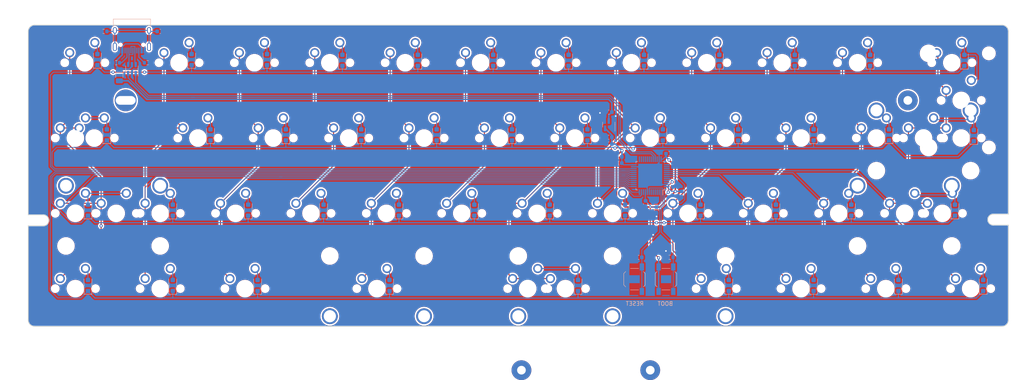
<source format=kicad_pcb>
(kicad_pcb (version 20221018) (generator pcbnew)
  (layers (0 "F.Cu" signal) (31 "B.Cu" signal) (34 "B.Paste" user) (35 "F.Paste" user) (36 "B.SilkS" user "B.Silkscreen") (37 "F.SilkS" user "F.Silkscreen") (38 "B.Mask" user) (39 "F.Mask" user) (44 "Edge.Cuts" user))
  (net 0 "")
  (net 1 "ROW0")
  (net 2 "Net-(D1-A)")
  (net 3 "Net-(D2-A)")
  (net 4 "Net-(D3-A)")
  (net 5 "Net-(D4-A)")
  (net 6 "Net-(D5-A)")
  (net 7 "Net-(D6-A)")
  (net 8 "Net-(D7-A)")
  (net 9 "Net-(D8-A)")
  (net 10 "Net-(D9-A)")
  (net 11 "Net-(D10-A)")
  (net 12 "Net-(D11-A)")
  (net 13 "Net-(D12-A)")
  (net 14 "ROW1")
  (net 15 "Net-(D13-A)")
  (net 16 "Net-(D14-A)")
  (net 17 "Net-(D15-A)")
  (net 18 "Net-(D16-A)")
  (net 19 "Net-(D17-A)")
  (net 20 "Net-(D18-A)")
  (net 21 "Net-(D19-A)")
  (net 22 "Net-(D20-A)")
  (net 23 "Net-(D21-A)")
  (net 24 "Net-(D22-A)")
  (net 25 "Net-(D23-A)")
  (net 26 "Net-(D24-A)")
  (net 27 "ROW2")
  (net 28 "Net-(D25-A)")
  (net 29 "Net-(D26-A)")
  (net 30 "Net-(D27-A)")
  (net 31 "Net-(D28-A)")
  (net 32 "Net-(D29-A)")
  (net 33 "Net-(D30-A)")
  (net 34 "Net-(D31-A)")
  (net 35 "Net-(D32-A)")
  (net 36 "Net-(D33-A)")
  (net 37 "Net-(D34-A)")
  (net 38 "Net-(D35-A)")
  (net 39 "Net-(D36-A)")
  (net 40 "ROW3")
  (net 41 "Net-(D37-A)")
  (net 42 "Net-(D38-A)")
  (net 43 "Net-(D39-A)")
  (net 44 "Net-(D41-A)")
  (net 45 "Net-(D42-A)")
  (net 46 "Net-(D43-A)")
  (net 47 "Net-(D44-A)")
  (net 48 "Net-(D45-A)")
  (net 49 "Net-(D46-A)")
  (net 50 "COL0")
  (net 51 "COL1")
  (net 52 "COL2")
  (net 53 "COL3")
  (net 54 "COL4")
  (net 55 "COL5")
  (net 56 "COL6")
  (net 57 "COL7")
  (net 58 "COL8")
  (net 59 "COL9")
  (net 60 "COL10")
  (net 61 "COL11")
  (net 62 "GND")
  (net 63 "+5V")
  (net 64 "+3V3")
  (net 65 "Net-(J2-SHIELD)")
  (net 66 "VBUS")
  (net 67 "/CC1")
  (net 68 "D_USB_P")
  (net 69 "D_USB_N")
  (net 71 "/CC2")
  (net 73 "D_P")
  (net 74 "D_N")
  (net 80 "NRST")
  (net 93 "BOOT0")
  (footprint "PCM_marbastlib-mx:STAB_MX_ISO-ROT" (layer "F.Cu") (at 261.9375 50.8)
    (fp_text reference "ISO1" hide)
    (fp_text value "MX_stab")
  )
  (footprint "PCM_marbastlib-mx:SW_MX_1u" (layer "F.Cu") (at 240.50625 60.325)
    (fp_text reference "MX23" hide)
    (fp_text value "MX_SW_HS" hide)
  )
  (footprint "PCM_marbastlib-mx:SW_MX_1.25u" (layer "F.Cu") (at 80.9625 98.425)
    (fp_text reference "MX39" hide)
    (fp_text value "MX_SW_HS" hide)
  )
  (footprint "PCM_marbastlib-mx:SW_MX_1u" (layer "F.Cu") (at 48.41875 79.375)
    (fp_text reference "MXshift2.25" hide)
    (fp_text value "MX_SW_HS" hide)
  )
  (footprint "PCM_marbastlib-mx:SW_MX_1u" (layer "F.Cu") (at 78.58125 79.375)
    (fp_text reference "MX27" hide)
    (fp_text value "MX_SW_HS" hide)
  )
  (footprint "PCM_marbastlib-mx:SW_MX_1u" (layer "F.Cu") (at 235.74375 41.275)
    (fp_text reference "MX11" hide)
    (fp_text value "MX_SW_HS" hide)
  )
  (footprint "PCM_marbastlib-mx:SW_MX_1u" (layer "F.Cu") (at 252.4125 60.325)
    (fp_text reference "MXenter2.25" hide)
    (fp_text value "MX_SW_HS" hide)
  )
  (footprint "PCM_marbastlib-mx:STAB_MX_P_6.25u" (layer "F.Cu") (at 152.4 98.425 180)
    (fp_text reference "S1" hide)
    (fp_text value "MX_stab")
  )
  (footprint "PCM_marbastlib-mx:SW_MX_1u" (layer "F.Cu") (at 154.78125 79.375)
    (fp_text reference "MX31" hide)
    (fp_text value "MX_SW_HS" hide)
  )
  (footprint "PCM_marbastlib-mx:SW_MX_1u" (layer "F.Cu") (at 107.15625 60.325)
    (fp_text reference "MX16" hide)
    (fp_text value "MX_SW_HS" hide)
  )
  (footprint "PCM_marbastlib-mx:SW_MX_1u" (layer "F.Cu") (at 230.98125 79.375)
    (fp_text reference "MX35" hide)
    (fp_text value "MX_SW_HS" hide)
  )
  (footprint "PCM_marbastlib-mx:STAB_MX_P_2.25u" (layer "F.Cu") (at 47.625 79.375)
    (fp_text reference "shift2.25" hide)
    (fp_text value "MX_stab")
  )
  (footprint "PCM_marbastlib-mx:SW_MX_1u" (layer "F.Cu") (at 178.59375 41.275)
    (fp_text reference "MX8" hide)
    (fp_text value "MX_SW_HS" hide)
  )
  (footprint "PCM_marbastlib-mx:SW_MX_1.75u" (layer "F.Cu") (at 42.8625 60.325)
    (fp_text reference "MX13" hide)
    (fp_text value "MX_SW_HS" hide)
  )
  (footprint "PCM_marbastlib-mx:SW_MX_1u" (layer "F.Cu") (at 173.83125 79.375)
    (fp_text reference "MX32" hide)
    (fp_text value "MX_SW_HS" hide)
  )
  (footprint "PCM_marbastlib-mx:SW_MX_1u" (layer "F.Cu") (at 261.9375 50.8)
    (fp_text reference "MXISO1" hide)
    (fp_text value "MX_SW_HS" hide)
  )
  (footprint "PCM_marbastlib-mx:SW_MX_1u" (layer "F.Cu") (at 202.40625 60.325)
    (fp_text reference "MX21" hide)
    (fp_text value "MX_SW_HS" hide)
  )
  (footprint "PCM_marbastlib-mx:SW_MX_1u" (layer "F.Cu") (at 161.925 98.425)
    (fp_text reference "MXsplit2.75" hide)
    (fp_text value "MX_SW_HS" hide)
  )
  (footprint "PCM_marbastlib-mx:SW_MX_1u" (layer "F.Cu") (at 102.39375 41.275)
    (fp_text reference "MX4" hide)
    (fp_text value "MX_SW_HS" hide)
  )
  (footprint "PCM_marbastlib-mx:SW_MX_1u" (layer "F.Cu") (at 114.3 98.425)
    (fp_text reference "MX41" hide)
    (fp_text value "MX_SW_HS" hide)
  )
  (footprint "PCM_marbastlib-mx:SW_MX_1u" (layer "F.Cu") (at 135.73125 79.375)
    (fp_text reference "MX30" hide)
    (fp_text value "MX_SW_HS" hide)
  )
  (footprint "PCM_marbastlib-mx:SW_MX_1.5u" (layer "F.Cu") (at 40.48125 41.275)
    (fp_text reference "MX1" hide)
    (fp_text value "MX_SW_HS" hide)
  )
  (footprint "PCM_marbastlib-mx:SW_MX_1u" (layer "F.Cu") (at 211.93125 79.375)
    (fp_text reference "MX34" hide)
    (fp_text value "MX_SW_HS" hide)
  )
  (footprint "PCM_marbastlib-mx:SW_MX_1.25u" (layer "F.Cu") (at 38.1 79.375)
    (fp_text reference "MX25" hide)
    (fp_text value "MX_SW_HS" hide)
  )
  (footprint "PCM_marbastlib-mx:STAB_MX_P_2.25u" (layer "F.Cu") (at 252.4125 60.325)
    (fp_text reference "enter2.25" hide)
    (fp_text value "MX_stab")
  )
  (footprint "PCM_marbastlib-mx:SW_MX_1u" (layer "F.Cu") (at 116.68125 79.375)
    (fp_text reference "MX29" hide)
    (fp_text value "MX_SW_HS" hide)
  )
  (footprint "PCM_marbastlib-mx:SW_MX_1u" (layer "F.Cu") (at 221.45625 60.325)
    (fp_text reference "MX22" hide)
    (fp_text value "MX_SW_HS" hide)
  )
  (footprint "PCM_marbastlib-mx:SW_MX_1u" (layer "F.Cu") (at 126.20625 60.325)
    (fp_text reference "MX17" hide)
    (fp_text value "MX_SW_HS" hide)
  )
  (footprint "PCM_marbastlib-mx:SW_MX_1u" (layer "F.Cu") (at 152.4 98.425)
    (fp_text reference "MX42" hide)
    (fp_text value "MX_SW_HS" hide)
  )
  (footprint "" (layer "F.Cu") (at 50.8 50.8)
    (fp_text reference "")
    (fp_text value "")
  )
  (footprint "PCM_marbastlib-mx:SW_MX_1u" (layer "F.Cu") (at 59.53125 79.375)
    (fp_text reference "MX26" hide)
    (fp_text value "MX_SW_HS" hide)
  )
  (footprint "PCM_marbastlib-mx:SW_MX_1u" (layer "F.Cu") (at 83.34375 41.275)
    (fp_text reference "MX3" hide)
    (fp_text value "MX_SW_HS" hide)
  )
  (footprint "PCM_marbastlib-mx:STAB_MX_P_2.25u" (layer "F.Cu") (at 114.3 98.425 180)
    (fp_text reference "S2" hide)
    (fp_text value "MX_stab")
  )
  (footprint "PCM_marbastlib-mx:SW_MX_1.75u" (layer "F.Cu") (at 257.175 79.375)
    (fp_text reference "MX36" hide)
    (fp_text value "MX_SW_HS" hide)
  )
  (footprint "PCM_marbastlib-mx:SW_MX_1.25u" (layer "F.Cu") (at 261.9375 60.325)
    (fp_text reference "MX24" hide)
    (fp_text value "MX_SW_HS" hide)
  )
  (footprint "PCM_marbastlib-mx:SW_MX_1u" (layer "F.Cu") (at 192.88125 79.375)
    (fp_text reference "MX33" hide)
    (fp_text value "MX_SW_HS" hide)
  )
  (footprint "PCM_marbastlib-mx:SW_MX_1u" (layer "F.Cu") (at 121.44375 41.275)
    (fp_text reference "MX5" hide)
    (fp_text value "MX_SW_HS" hide)
  )
  (footprint "" (layer "F.Cu") (at 183.35625 119.0625)
    (fp_text reference "")
    (fp_text value "")
  )
  (footprint "PCM_marbastlib-mx:SW_MX_1u" (layer "F.Cu") (at 221.45625 98.425)
    (fp_text reference "MX44" hide)
    (fp_text value "MX_SW_HS" hide)
  )
  (footprint "PCM_marbastlib-mx:STAB_MX_P_2.75u" (layer "F.Cu") (at 161.925 98.425 180)
    (fp_text reference "S3" hide)
    (fp_text value "MX_stab")
  )
  (footprint "" (layer "F.Cu") (at 150.8125 119.0625)
    (fp_text reference "")
    (fp_text value "")
  )
  (footprint "PCM_marbastlib-mx:SW_MX_1u" (layer "F.Cu") (at 97.63125 79.375)
    (fp_text reference "MX28" hide)
    (fp_text value "MX_SW_HS" hide)
  )
  (footprint "PCM_marbastlib-mx:SW_MX_1u" (layer "F.Cu") (at 145.25625 60.325)
    (fp_text reference "MX18" hide)
    (fp_text value "MX_SW_HS" hide)
  )
  (footprint "PCM_marbastlib-mx:SW_MX_1.75u_STP_1.25" (layer "F.Cu") (at 38.1 60.325)
    (fp_text reference "MXcaps1" hide)
    (fp_text value "MX_SW_HS" hide)
  )
  (footprint "PCM_marbastlib-mx:SW_MX_1u" (layer "F.Cu") (at 88.10625 60.325)
    (fp_text reference "MX15" hide)
    (fp_text value "MX_SW_HS" hide)
  )
  (footprint "PCM_marbastlib-mx:SW_MX_1u" (layer "F.Cu") (at 264.31875 98.425)
    (fp_text reference "MX46" hide)
    (fp_text value "MX_SW_HS" hide)
  )
  (footprint "PCM_marbastlib-mx:SW_MX_1.25u" (layer "F.Cu") (at 38.1 98.425)
    (fp_text reference "MX37" hide)
    (fp_text value "MX_SW_HS" hide)
  )
  (footprint "PCM_marbastlib-mx:STAB_MX_P_2.75u" (layer "F.Cu") (at 247.65 79.375)
    (fp_text reference "shift2.75" hide)
    (fp_text value "MX_stab")
  )
  (footprint "PCM_marbastlib-mx:SW_MX_1u" (layer "F.Cu") (at 216.69375 41.275)
    (fp_text reference "MX10" hide)
    (fp_text value "MX_SW_HS" hide)
  )
  (footprint "PCM_marbastlib-mx:SW_MX_1u" (layer "F.Cu") (at 197.64375 41.275)
    (fp_text reference "MX9" hide)
    (fp_text value "MX_SW_HS" hide)
  )
  (footprint "PCM_marbastlib-mx:SW_MX_1.25u" (layer "F.Cu") (at 242.8875 98.425)
    (fp_text reference "MX45" hide)
    (fp_text value "MX_SW_HS" hide)
  )
  (footprint "PCM_marbastlib-mx:SW_MX_1u" (layer "F.Cu") (at 183.35625 60.325)
    (fp_text reference "MX20" hide)
    (fp_text value "MX_SW_HS" hide)
  )
  (footprint "PCM_marbastlib-mx:SW_MX_1u" (layer "F.Cu") (at 140.49375 41.275)
    (fp_text reference "MX6" hide)
    (fp_text value "MX_SW_HS" hide)
  )
  (footprint "PCM_marbastlib-mx:SW_MX_1u" (layer "F.Cu") (at 247.65 79.375)
    (fp_text reference "MXshift2.75" hide)
    (fp_text value "MX_SW_HS" hide)
  )
  (footprint "PCM_marbastlib-mx:SW_MX_1.5u" (layer "F.Cu") (at 259.55625 41.275)
    (fp_text reference "MX12" hide)
    (fp_text value "MX_SW_HS" hide)
  )
  (footprint "PCM_marbastlib-mx:SW_MX_1u" (layer "F.Cu") (at 164.30625 60.325)
    (fp_text reference "MX19" hide)
    (fp_text value "MX_SW_HS" hide)
  )
  (footprint "PCM_marbastlib-mx:SW_MX_1u" (layer "F.Cu") (at 159.54375 41.275)
    (fp_text reference "MX7" hide)
    (fp_text value "MX_SW_HS" hide)
  )
  (footprint "PCM_marbastlib-mx:SW_MX_1u" (layer "F.Cu") (at 69.05625 60.325)
    (fp_text reference "MX14" hide)
    (fp_text value "MX_SW_HS" hide)
  )
  (footprint "PCM_marbastlib-mx:SW_MX_1.25u" (layer "F.Cu") (at 200.025 98.425)
    (fp_text reference "MX43" hide)
    (fp_text value "MX_SW_HS" hide)
  )
  (footprint "PCM_marbastlib-mx:SW_MX_1u" (layer "F.Cu") (at 59.53125 98.425)
    (fp_text reference "MX38" hide)
    (fp_text value "MX_SW_HS" hide)
  )
  (footprint "" (layer "F.Cu") (at 248.44375 50.8)
    (fp_text reference "")
    (fp_text value "")
  )
  (footprint "PCM_marbastlib-mx:SW_MX_1u" (layer "F.Cu") (at 64.29375 41.275)
    (fp_text reference "MX2" hide)
    (fp_text value "MX_SW_HS" hide)
  )
  (footprint "Diode_SMD:D_SOD-123F" (layer "B.Cu") (at 119.85625 78.58125 90)
    (fp_text reference "D29" hide)
    (fp_text value "D_Small")
  )
  (footprint "Diode_SMD:D_SOD-123F" (layer "B.Cu") (at 260.35 78.58125 90)
    (fp_text reference "D36" hide)
    (fp_text value "D_Small")
  )
  (footprint "Diode_SMD:D_SOD-123F" (layer "B.Cu") (at 46.0375 59.53125 90)
    (fp_text reference "D13" hide)
    (fp_text value "D_Small")
  )
  (footprint "Resistor_SMD:R_0603_1608Metric" (layer "B.Cu") (at 45.24375 33.3375 180)
    (fp_text reference "R_USBSHIELD2" hide)
    (fp_text value "1M")
  )
  (footprint "Connector_USB:USB_C_Receptacle_HRO_TYPE-C-31-M-12" (layer "B.Cu") (at 52.3875 34.13125)
    (fp_text reference "J2" hide)
    (fp_text value "USB_C_Receptacle_USB2.0")
  )
  (footprint "Diode_SMD:D_SOD-123F" (layer "B.Cu") (at 186.53125 59.53125 90)
    (fp_text reference "D20" hide)
    (fp_text value "D_Small")
  )
  (footprint "Diode_SMD:D_SOD-123F" (layer "B.Cu") (at 62.70625 78.58125 90)
    (fp_text reference "D26" hide)
    (fp_text value "D_Small")
  )
  (footprint "Resistor_SMD:R_0603_1608Metric" (layer "B.Cu") (at 48.41875 41.275 180)
    (fp_text reference "R1" hide)
    (fp_text value "5k1")
  )
  (footprint "Diode_SMD:D_SOD-123F" (layer "B.Cu") (at 224.63125 59.53125 90)
    (fp_text reference "D22" hide)
    (fp_text value "D_Small")
  )
  (footprint "Diode_SMD:D_SOD-123F" (layer "B.Cu") (at 177.00625 78.58125 90)
    (fp_text reference "D32" hide)
    (fp_text value "D_Small")
  )
  (footprint "Resistor_SMD:R_0603_1608Metric" (layer "B.Cu") (at 56.35625 41.275)
    (fp_text reference "R2" hide)
    (fp_text value "5k1")
  )
  (footprint "Diode_SMD:D_SOD-123F" (layer "B.Cu") (at 91.28125 59.53125 90)
    (fp_text reference "D15" hide)
    (fp_text value "D_Small")
  )
  (footprint "Diode_SMD:D_SOD-123F" (layer "B.Cu") (at 117.475 97.63125 90)
    (fp_text reference "D41" hide)
    (fp_text value "D_Small")
  )
  (footprint "Diode_SMD:D_SOD-123F" (layer "B.Cu") (at 157.95625 78.58125 90)
    (fp_text reference "D31" hide)
    (fp_text value "D_Small")
  )
  (footprint "Diode_SMD:D_SOD-123F" (layer "B.Cu") (at 205.58125 59.53125 90)
    (fp_text reference "D21" hide)
    (fp_text value "D_Small")
  )
  (footprint "Diode_SMD:D_SOD-123F" (layer "B.Cu") (at 105.56875 40.66875 90)
    (fp_text reference "D4" hide)
    (fp_text value "D_Small")
  )
  (footprint "Diode_SMD:D_SOD-123F" (layer "B.Cu") (at 200.81875 40.66875 90)
    (fp_text reference "D9" hide)
    (fp_text value "D_Small")
  )
  (footprint "Diode_SMD:D_SOD-123F" (layer "B.Cu") (at 215.10625 78.58125 90)
    (fp_text reference "D34" hide)
    (fp_text value "D_Small")
  )
  (footprint "Diode_SMD:D_SOD-123F" (layer "B.Cu") (at 265.1125 59.71875 90)
    (fp_text reference "D24" hide)
    (fp_text value "D_Small")
  )
  (footprint "Button_Switch_SMD:SW_SPST_SKQG_WithoutStem" (layer "B.Cu") (at 187.325 96.04375 -90)
    (fp_text reference "SW1" hide)
    (fp_text value "RST")
  )
  (footprint "Diode_SMD:D_SOD-123F" (layer "B.Cu") (at 81.75625 78.58125 90)
    (fp_text reference "D27" hide)
    (fp_text value "D_Small")
  )
  (footprint "Diode_SMD:D_SOD-123F" (layer "B.Cu") (at 110.33125 59.53125 90)
    (fp_text reference "D16" hide)
    (fp_text value "D_Small")
  )
  (footprint "Diode_SMD:D_SOD-123F" (layer "B.Cu") (at 86.51875 40.48125 90)
    (fp_text reference "D3" hide)
    (fp_text value "D_Small")
  )
  (footprint "Diode_SMD:D_SOD-123F" (layer "B.Cu") (at 165.1 97.63125 90)
    (fp_text reference "D42" hide)
    (fp_text value "D_Small")
  )
  (footprint "Diode_SMD:D_SOD-123F" (layer "B.Cu") (at 100.80625 78.58125 90)
    (fp_text reference "D28" hide)
    (fp_text value "D_Small")
  )
  (footprint "Diode_SMD:D_SOD-123F" (layer "B.Cu") (at 219.86875 40.66875 90)
    (fp_text reference "D10" hide)
    (fp_text value "D_Small")
  )
  (footprint "Capacitor_SMD:C_0603_1608Metric" (layer "B.Cu") (at 191.29375 74.59375 -90)
    (fp_text reference "C8" hide)
    (fp_text value "100nF")
  )
  (footprint "Capacitor_SMD:C_0603_1608Metric" (layer "B.Cu") (at 175.4 66.675 180)
    (fp_text reference "C5" hide)
    (fp_text value "100nF")
  )
  (footprint "Diode_SMD:D_SOD-123F" (layer "B.Cu") (at 62.70625 97.63125 90)
    (fp_text reference "D38" hide)
    (fp_text value "D_Small")
  )
  (footprint "Diode_SMD:D_SOD-123F" (layer "B.Cu") (at 203.2 97.63125 90)
    (fp_text reference "D43" hide)
    (fp_text value "D_Small")
  )
  (footprint "Diode_SMD:D_SOD-123F" (layer "B.Cu") (at 67.46875 40.48125 90)
    (fp_text reference "D2" hide)
    (fp_text value "D_Small")
  )
  (footprint "Capacitor_SMD:C_0603_1608Metric" (layer "B.Cu") (at 188.11875 64.29375)
    (fp_text reference "C9" hide)
    (fp_text value "100nF")
  )
  (footprint "Diode_SMD:D_SOD-123F" (layer "B.Cu") (at 243.68125 59.53125 90)
    (fp_text reference "D23" hide)
    (fp_text value "D_Small")
  )
  (footprint "Diode_SMD:D_SOD-123F" (layer "B.Cu") (at 43.65625 40.48125 90)
    (fp_text reference "D1" hide)
    (fp_text value "D_Small")
  )
  (footprint "Diode_SMD:D_SOD-123F" (layer "B.Cu") (at 84.1375 97.63125 90)
    (fp_text reference "D39" hide)
    (fp_text value "D_Small")
  )
  (footprint "Diode_SMD:D_SOD-123F" (layer "B.Cu") (at 138.90625 78.58125 90)
    (fp_text reference "D30" hide)
    (fp_text value "D_Small")
  )
  (footprint "Package_QFP:LQFP-48_7x7mm_P0.5mm" (layer "B.Cu") (at 183.35625 69.85 90)
    (fp_text reference "U3" hide)
    (fp_text value "STM32F072C8Tx")
  )
  (footprint "Diode_SMD:D_SOD-123F" (layer "B.Cu") (at 181.76875 40.66875 90)
    (fp_text reference "D8" hide)
    (fp_text value "D_Small")
  )
  (footprint "Resistor_SMD:R_0603_1608Metric" (layer "B.Cu") (at 188.296388 90.4875 180)
    (fp_text reference "R3" hide)
    (fp_text value "10k")
  )
  (footprint "Button_Switch_SMD:SW_SPST_SKQG_WithoutStem" (layer "B.Cu") (at 179.3875 96.04375 -90)
    (fp_text reference "SW2" hide)
    (fp_text value "RST")
  )
  (footprint "Package_TO_SOT_SMD:SOT-23" (layer "B.Cu") (at 172.88125 56.9375 90)
    (fp_text reference "U2" hide)
    (fp_text value "XC6206PxxxMR-Regulator_Linear")
  )
  (footprint "Diode_SMD:D_SOD-123F" (layer "B.Cu") (at 238.91875 40.66875 90)
    (fp_text reference "D11" hide)
    (fp_text value "D_Small")
  )
  (footprint "Diode_SMD:D_SOD-123F" (layer "B.Cu") (at 41.275 78.58125 90)
    (fp_text reference "D25" hide)
    (fp_text value "D_Small")
  )
  (footprint "Diode_SMD:D_SOD-123F" (layer "B.Cu") (at 234.15625 78.58125 90)
    (fp_text reference "D35" hide)
    (fp_text value "D_Small")
  )
  (footprint "Diode_SMD:D_SOD-123F" (layer "B.Cu") (at 262.73125 40.66875 90)
    (fp_text reference "D12" hide)
    (fp_text value "D_Small")
  )
  (footprint "Diode_SMD:D_SOD-123F" (layer "B.Cu") (at 143.66875 40.66875 90)
    (fp_text reference "D6" hide)
    (fp_text value "D_Small")
  )
  (footprint "Package_TO_SOT_SMD:SOT-23-6" (layer "B.Cu") (at 52.3875 42.8625 90)
    (fp_text reference "U1" hide)
    (fp_text value "USBLC6-2SC6")
  )
  (footprint "Diode_SMD:D_SOD-123F" (layer "B.Cu") (at 129.38125 59.53125 90)
    (fp_text reference "D17" hide)
    (fp_text value "D_Small")
  )
  (footprint "Diode_SMD:D_SOD-123F" (layer "B.Cu") (at 162.71875 40.66875 90)
    (fp_text reference "D7" hide)
    (fp_text value "D_Small")
  )
  (footprint "Capacitor_SMD:C_0603_1608Metric" (layer "B.Cu") (at 172.88125 60.1125)
    (fp_text reference "C2" hide)
    (fp_text value "1uF")
  )
  (footprint "Diode_SMD:D_SOD-123F" (layer "B.Cu") (at 124.61875 40.66875 90)
    (fp_text reference "D5" hide)
    (fp_text value "D_Small")
  )
  (footprint "Diode_SMD:D_SOD-123F" (layer "B.Cu") (at 148.43125 59.53125 90)
    (fp_text reference "D18" hide)
    (fp_text value "D_Small")
  )
  (footprint "Capacitor_SMD:C_0603_1608Metric" (layer "B.Cu") (at 180.442941 90.50936)
    (fp_text reference "C10" hide)
    (fp_text value "100nF")
  )
  (footprint "Diode_SMD:D_SOD-123F" (layer "B.Cu") (at 224.63125 97.63125 90)
    (fp_text reference "D44" hide)
    (fp_text value "D_Small")
  )
  (footprint "Capacitor_SMD:C_0603_1608Metric" (layer "B.Cu") (at 182.17625 76.99375 -90)
    (fp_text reference "C6" hide)
    (fp_text value "100nF")
  )
  (footprint "Diode_SMD:D_SOD-123F" (layer "B.Cu") (at 72.23125 59.53125 90)
    (fp_text reference "D14" hide)
    (fp_text value "D_Small")
  )
  (footprint "Fuse:Fuse_1206_3216Metric" (layer "B.Cu") (at 49.2125 44.45 -90)
    (fp_text reference "F1" hide)
    (fp_text value "500mA")
  )
  (footprint "Diode_SMD:D_SOD-123F" (layer "B.Cu") (at 267.49375 97.63125 90)
    (fp_text reference "D46" hide)
    (fp_text value "D_Small")
  )
  (footprint "Capacitor_SMD:C_0603_1608Metric" (layer "B.Cu") (at 172.88125 61.84375 180)
    (fp_text reference "C3" hide)
    (fp_text value "4.7uF")
  )
  (footprint "Capacitor_SMD:C_0603_1608Metric" (layer "B.Cu") (at 59.53125 33.3375)
    (fp_text reference "C_USBSHIELD2" hide)
    (fp_text value "4.7nF")
  )
  (footprint "Diode_SMD:D_SOD-123F" (layer "B.Cu") (at 246.0625 97.63125 90)
    (fp_text reference "D45" hide)
    (fp_text value "D_Small")
  )
  (footprint "Diode_SMD:D_SOD-123F" (layer "B.Cu") (at 196.05625 78.58125 90)
    (fp_text reference "D33" hide)
    (fp_text value "D_Small")
  )
  (footprint "Diode_SMD:D_SOD-123F" (layer "B.Cu") (at 167.48125 59.53125 90)
    (fp_text reference "D19" hide)
    (fp_text value "D_Small")
  )
  (footprint "Diode_SMD:D_SOD-123F" (layer "B.Cu") (at 41.275 97.63125 90)
    (fp_text reference "D37" hide)
    (fp_text value "D_Small")
  )
  (footprint "Capacitor_SMD:C_0603_1608Metric" (layer "B.Cu") (at 172.88125 53.7625)
    (fp_text reference "C1" hide)
    (fp_text value "1uF")
  )
  (footprint "Capacitor_SMD:C_0603_1608Metric" (layer "B.Cu") (at 184.94375 78.58125 -90)
    (fp_text reference "C7" hide)
    (fp_text value "100nF")
  )
  (footprint "Capacitor_SMD:C_0603_1608Metric" (layer "B.Cu") (at 175.4 65.0875 180)
    (fp_text reference "C4" hide)
    (fp_text value "1uF")
  )
  (gr_arc (start 270.04375 82.362498) (mid 268.643754 80.9625) (end 270.04375 79.562502) (stroke (width 0.2)) (layer "Edge.Cuts"))
  (gr_arc (start 27.78125 107.95) (mid 26.658718 107.485032) (end 26.19375 106.3625) (stroke (width 0.2)) (layer "Edge.Cuts"))
  (gr_arc (start 273.84375 106.3625) (mid 273.378782 107.485032) (end 272.25625 107.95) (stroke (width 0.2)) (layer "Edge.Cuts"))
  (gr_line (start 26.19375 79.75) (end 29.99375 79.75) (stroke (width 0.2)) (layer "Edge.Cuts"))
  (gr_arc (start 26.19375 33.3375) (mid 26.658718 32.214968) (end 27.78125 31.75) (stroke (width 0.2)) (layer "Edge.Cuts"))
  (gr_line (start 272.25625 107.95) (end 27.78125 107.95) (stroke (width 0.2)) (layer "Edge.Cuts"))
  (gr_line (start 273.84375 79.562498) (end 273.84375 33.3375) (stroke (width 0.2)) (layer "Edge.Cuts"))
  (gr_line (start 27.78125 31.75) (end 272.25625 31.75) (stroke (width 0.2)) (layer "Edge.Cuts"))
  (gr_arc (start 272.25625 31.75) (mid 273.378782 32.214968) (end 273.84375 33.3375) (stroke (width 0.2)) (layer "Edge.Cuts"))
  (gr_line (start 26.19375 79.75) (end 26.19375 33.3375) (stroke (width 0.2)) (layer "Edge.Cuts"))
  (gr_line (start 273.84375 82.362498) (end 273.84375 106.3625) (stroke (width 0.2)) (layer "Edge.Cuts"))
  (gr_line (start 273.84375 82.362498) (end 270.04375 82.362498) (stroke (width 0.2)) (layer "Edge.Cuts"))
  (gr_line (start 26.19375 106.3625) (end 26.19375 82.55) (stroke (width 0.2)) (layer "Edge.Cuts"))
  (gr_line (start 273.84375 79.562498) (end 270.04375 79.562498) (stroke (width 0.2)) (layer "Edge.Cuts"))
  (gr_arc (start 29.99375 79.75) (mid 31.393746 81.149998) (end 29.99375 82.549996) (stroke (width 0.2)) (layer "Edge.Cuts"))
  (gr_line (start 26.19375 82.55) (end 29.99375 82.55) (stroke (width 0.2)) (layer "Edge.Cuts"))
  (gr_text "RESET" (at 181.806363 102.799555) (layer "B.SilkS") (effects (font (size 1 1)) (justify left bottom mirror)))
  (gr_text "BOOT" (at 189.191713 102.821015) (layer "B.SilkS") (effects (font (size 1 1)) (justify left bottom mirror)))
  (segment (start 47.625 43.65625) (end 55.5625 43.65625) (width 0.25) (layer "F.Cu") (net 1))
  (via (at 47.625 43.65625) (size 0.8) (drill 0.4) (layers "F.Cu" "B.Cu") (net 1))
  (via (at 55.5625 43.65625) (size 0.8) (drill 0.4) (layers "F.Cu" "B.Cu") (net 1))
  (segment (start 32.54375 43.65625) (end 31.795 44.405) (width 0.2) (layer "B.Cu") (net 1))
  (segment (start 238.91875 43.65625) (end 219.86875 43.65625) (width 0.25) (layer "B.Cu") (net 1))
  (segment (start 162.71875 42.06875) (end 162.71875 43.65625) (width 0.25) (layer "B.Cu") (net 1))
  (segment (start 181.76875 43.65625) (end 165.89375 43.65625) (width 0.25) (layer "B.Cu") (net 1))
  (segment (start 67.46875 41.88125) (end 67.46875 43.6439) (width 0.25) (layer "B.Cu") (net 1))
  (segment (start 31.795 67.51375) (end 32.54375 68.2625) (width 0.2) (layer "B.Cu") (net 1))
  (segment (start 32.77125 68.49) (end 34.925 68.49) (width 0.2) (layer "B.Cu") (net 1))
  (segment (start 162.71875 43.65625) (end 163.5125 43.65625) (width 0.25) (layer "B.Cu") (net 1))
  (segment (start 176.2125 68.49) (end 176.44 68.49) (width 0.2) (layer "B.Cu") (net 1))
  (segment (start 219.86875 42.06875) (end 219.86875 43.65625) (width 0.25) (layer "B.Cu") (net 1))
  (segment (start 262.73125 42.06875) (end 261.14375 43.65625) (width 0.25) (layer "B.Cu") (net 1))
  (segment (start 32.54375 68.2625) (end 32.77125 68.49) (width 0.2) (layer "B.Cu") (net 1))
  (segment (start 176.2125 68.49) (end 178.31592 68.49) (width 0.2) (layer "B.Cu") (net 1))
  (segment (start 181.76875 42.06875) (end 181.76875 43.65625) (width 0.25) (layer "B.Cu") (net 1))
  (segment (start 47.61265 43.6439) (end 47.625 43.65625) (width 0.25) (layer "B.Cu") (net 1))
  (segment (start 200.81875 42.06875) (end 200.81875 43.65625) (width 0.25) (layer "B.Cu") (net 1))
  (segment (start 238.91875 42.06875) (end 238.91875 43.65625) (width 0.25) (layer "B.Cu") (net 1))
  (segment (start 41.88125 43.65625) (end 32.54375 43.65625) (width 0.2) (layer "B.Cu") (net 1))
  (segment (start 143.66875 43.65625) (end 105.56875 43.65625) (width 0.25) (layer "B.Cu") (net 1))
  (segment (start 85.73735 43.65625) (end 85.725 43.6439) (width 0.25) (layer "B.Cu") (net 1))
  (segment (start 219.86875 43.65625) (end 200.81875 43.65625) (width 0.25) (layer "B.Cu") (net 1))
  (segment (start 43.65625 41.88125) (end 45.4189 43.6439) (width 0.25) (layer "B.Cu") (net 1))
  (segment (start 43.65625 41.88125) (end 41.88125 43.65625) (width 0.2) (layer "B.Cu") (net 1))
  (segment (start 200.81875 43.65625) (end 181.76875 43.65625) (width 0.25) (layer "B.Cu") (net 1))
  (segment (start 86.51875 43.65625) (end 85.73735 43.65625) (width 0.25) (layer "B.Cu") (net 1))
  (segment (start 105.56875 42.06875) (end 105.56875 43.65625) (width 0.25) (layer "B.Cu") (net 1))
  (segment (start 67.46875 43.6439) (end 85.725 43.6439) (width 0.25) (layer "B.Cu") (net 1))
  (segment (start 124.61875 42.06875) (end 124.61875 43.65625) (width 0.25) (layer "B.Cu") (net 1))
  (segment (start 34.925 68.49) (end 159.54375 68.49) (width 0.2) (layer "B.Cu") (net 1))
  (segment (start 143.66875 42.06875) (end 143.66875 43.65625) (width 0.25) (layer "B.Cu") (net 1))
  (segment (start 45.4189 43.6439) (end 47.61265 43.6439) (width 0.25) (layer "B.Cu") (net 1))
  (segment (start 31.795 44.405) (end 31.795 67.51375) (width 0.2) (layer "B.Cu") (net 1))
  (segment (start 86.51875 43.65625) (end 86.51875 41.88125) (width 0.25) (layer "B.Cu") (net 1))
  (segment (start 178.31592 68.49) (end 178.42592 68.6) (width 0.2) (layer "B.Cu") (net 1))
  (segment (start 55.5625 43.65625) (end 55.57485 43.6439) (width 0.25) (layer "B.Cu") (net 1))
  (segment (start 178.42592 68.6) (end 179.19375 68.6) (width 0.2) (layer "B.Cu") (net 1))
  (segment (start 105.56875 43.65625) (end 86.51875 43.65625) (width 0.25) (layer "B.Cu") (net 1))
  (segment (start 165.89375 43.65625) (end 143.66875 43.65625) (width 0.25) (layer "B.Cu") (net 1))
  (segment (start 159.54375 68.49) (end 176.2125 68.49) (width 0.2) (layer "B.Cu") (net 1))
  (segment (start 55.57485 43.6439) (end 67.46875 43.6439) (width 0.25) (layer "B.Cu") (net 1))
  (segment (start 176.44 68.49) (end 177.00625 68.49) (width 0.2) (layer "B.Cu") (net 1))
  (segment (start 261.14375 43.65625) (end 238.91875 43.65625) (width 0.25) (layer "B.Cu") (net 1))
  (segment (start 43.02125 36.195) (end 43.65625 36.83) (width 0.25) (layer "B.Cu") (net 2))
  (segment (start 43.65625 36.83) (end 43.65625 39.08125) (width 0.25) (layer "B.Cu") (net 2))
  (segment (start 67.46875 36.83) (end 67.46875 39.08125) (width 0.25) (layer "B.Cu") (net 3))
  (segment (start 66.83375 36.195) (end 67.46875 36.83) (width 0.25) (layer "B.Cu") (net 3))
  (segment (start 85.88375 36.195) (end 86.51875 36.83) (width 0.25) (layer "B.Cu") (net 4))
  (segment (start 86.51875 36.83) (end 86.51875 39.08125) (width 0.25) (layer "B.Cu") (net 4))
  (segment (start 104.93375 36.195) (end 105.56875 36.83) (width 0.25) (layer "B.Cu") (net 5))
  (segment (start 105.56875 36.83) (end 105.56875 39.26875) (width 0.25) (layer "B.Cu") (net 5))
  (segment (start 123.98375 36.195) (end 124.61875 36.83) (width 0.25) (layer "B.Cu") (net 6))
  (segment (start 124.61875 36.83) (end 124.61875 39.26875) (width 0.25) (layer "B.Cu") (net 6))
  (segment (start 143.03375 36.195) (end 143.66875 36.83) (width 0.25) (layer "B.Cu") (net 7))
  (segment (start 143.66875 36.83) (end 143.66875 39.26875) (width 0.25) (layer "B.Cu") (net 7))
  (segment (start 162.71875 36.83) (end 162.71875 39.26875) (width 0.25) (layer "B.Cu") (net 8))
  (segment (start 162.08375 36.195) (end 162.71875 36.83) (width 0.25) (layer "B.Cu") (net 8))
  (segment (start 181.76875 36.83) (end 181.76875 39.26875) (width 0.25) (layer "B.Cu") (net 9))
  (segment (start 181.13375 36.195) (end 181.76875 36.83) (width 0.25) (layer "B.Cu") (net 9))
  (segment (start 200.81875 36.83) (end 200.81875 39.26875) (width 0.25) (layer "B.Cu") (net 10))
  (segment (start 200.18375 36.195) (end 200.81875 36.83) (width 0.25) (layer "B.Cu") (net 10))
  (segment (start 219.23375 36.195) (end 219.86875 36.83) (width 0.25) (layer "B.Cu") (net 11))
  (segment (start 219.86875 36.83) (end 219.86875 39.26875) (width 0.25) (layer "B.Cu") (net 11))
  (segment (start 238.91875 36.83) (end 238.91875 39.26875) (width 0.25) (layer "B.Cu") (net 12))
  (segment (start 238.28375 36.195) (end 238.91875 36.83) (width 0.25) (layer "B.Cu") (net 12))
  (segment (start 265.43 45.72) (end 264.4775 45.72) (width 0.25) (layer "B.Cu") (net 13))
  (segment (start 265.4875 39.26875) (end 265.90625 39.6875) (width 0.25) (layer "B.Cu") (net 13))
  (segment (start 262.73125 39.26875) (end 265.4875 39.26875) (width 0.25) (layer "B.Cu") (net 13))
  (segment (start 262.73125 36.83) (end 262.73125 39.26875) (width 0.25) (layer "B.Cu") (net 13))
  (segment (start 262.09625 36.195) (end 262.73125 36.83) (width 0.25) (layer "B.Cu") (net 13))
  (segment (start 265.90625 39.6875) (end 265.90625 45.24375) (width 0.25) (layer "B.Cu") (net 13))
  (segment (start 265.90625 45.24375) (end 265.43 45.72) (width 0.25) (layer "B.Cu") (net 13))
  (segment (start 174.46326 62.86799) (end 174.55625 62.775) (width 0.25) (layer "F.Cu") (net 14))
  (segment (start 178.735994 62.775) (end 179.027372 63.066378) (width 0.25) (layer "F.Cu") (net 14))
  (segment (start 174.55625 62.775) (end 178.735994 62.775) (width 0.25) (layer "F.Cu") (net 14))
  (via (at 179.027372 63.066378) (size 0.8) (drill 0.4) (layers "F.Cu" "B.Cu") (net 14))
  (via (at 174.46326 62.86799) (size 0.8) (drill 0.4) (layers "F.Cu" "B.Cu") (net 14))
  (segment (start 179.18375 68.09) (end 179.19375 68.1) (width 0.2) (layer "B.Cu") (net 14))
  (segment (start 32.195 66.675) (end 32.195 67.348064) (width 0.2) (layer "B.Cu") (net 14))
  (segment (start 91.28125 62.6939) (end 110.33125 62.6939) (width 0.25) (layer "B.Cu") (net 14))
  (segment (start 72.23125 60.93125) (end 72.23125 62.6939) (width 0.25) (layer "B.Cu") (net 14))
  (segment (start 32.54375 63.5) (end 32.195 63.84875) (width 0.2) (layer "B.Cu") (net 14))
  (segment (start 148.43125 60.93125) (end 148.43125 62.6939) (width 0.25) (layer "B.Cu") (net 14))
  (segment (start 44.2625 62.70625) (end 43.65625 62.70625) (width 0.2) (layer "B.Cu") (net 14))
  (segment (start 224.63125 62.6939) (end 241.9186 62.6939) (width 0.25) (layer "B.Cu") (net 14))
  (segment (start 179.027372 63.066378) (end 179.3875 62.70625) (width 0.25) (layer "B.Cu") (net 14))
  (segment (start 167.48125 60.93125) (end 167.48125 62.6939) (width 0.25) (layer "B.Cu") (net 14))
  (segment (start 174.28917 62.6939) (end 174.46326 62.86799) (width 0.25) (layer "B.Cu") (net 14))
  (segment (start 179.027372 63.066378) (end 179.39985 62.6939) (width 0.25) (layer "B.Cu") (net 14))
  (segment (start 129.38125 62.6939) (end 148.43125 62.6939) (width 0.25) (layer "B.Cu") (net 14))
  (segment (start 33.3375 62.70625) (end 32.54375 63.5) (width 0.2) (layer "B.Cu") (net 14))
  (segment (start 72.23125 62.6939) (end 91.28125 62.6939) (width 0.25) (layer "B.Cu") (net 14))
  (segment (start 148.43125 62.6939) (end 167.48125 62.6939) (width 0.25) (layer "B.Cu") (net 14))
  (segment (start 241.9186 62.6939) (end 243.68125 60.93125) (width 0.25) (layer "B.Cu") (net 14))
  (segment (start 47.80015 62.6939) (end 72.23125 62.6939) (width 0.25) (layer "B.Cu") (net 14))
  (segment (start 265.1125 61.11875) (end 261.1561 65.07515) (width 0.25) (layer "B.Cu") (net 14))
  (segment (start 167.48125 62.6939) (end 174.28917 62.6939) (width 0.25) (layer "B.Cu") (net 14))
  (segment (start 187.325 62.6939) (end 205.58125 62.6939) (width 0.25) (layer "B.Cu") (net 14))
  (segment (start 261.1561 65.07515) (end 247.82515 65.07515) (width 0.25) (layer "B.Cu") (net 14))
  (segment (start 43.65625 62.70625) (end 42.8625 62.70625) (width 0.2) (layer "B.Cu") (net 14))
  (segment (start 129.38125 60.93125) (end 129.38125 62.6939) (width 0.25) (layer "B.Cu") (net 14))
  (segment (start 179.39985 62.6939) (end 179.3875 62.70625) (width 0.25) (layer "B.Cu") (net 14))
  (segment (start 110.33125 62.6939) (end 129.38125 62.6939) (width 0.25) (layer "B.Cu") (net 14))
  (segment (start 32.195 64.29375) (end 32.195 66.675) (width 0.2) (layer "B.Cu") (net 14))
  (segment (start 205.58125 60.93125) (end 205.58125 62.6939) (width 0.25) (layer "B.Cu") (net 14))
  (segment (start 205.58125 62.6939) (end 224.63125 62.6939) (width 0.25) (layer "B.Cu") (net 14))
  (segment (start 46.0375 60.93125) (end 47.80015 62.6939) (width 0.25) (layer "B.Cu") (net 14))
  (segment (start 32.429718 67.582782) (end 32.936936 68.09) (width 0.2) (layer "B.Cu") (net 14))
  (segment (start 186.53125 62.6939) (end 187.325 62.6939) (width 0.25) (layer "B.Cu") (net 14))
  (segment (start 91.28125 60.93125) (end 91.28125 62.6939) (width 0.25) (layer "B.Cu") (net 14))
  (segment (start 43.65625 62.70625) (end 33.3375 62.70625) (width 0.2) (layer "B.Cu") (net 14))
  (segment (start 32.195 67.348064) (end 32.429718 67.582782) (width 0.2) (layer "B.Cu") (net 14))
  (segment (start 157.1625 68.09) (end 157.95625 68.09) (width 0.2) (layer "B.Cu") (net 14))
  (segment (start 46.0375 60.93125) (end 44.2625 62.70625) (width 0.2) (layer "B.Cu") (net 14))
  (segment (start 247.82515 65.07515) (end 243.68125 60.93125) (width 0.25) (layer "B.Cu") (net 14))
  (segment (start 32.936936 68.09) (end 33.3375 68.09) (width 0.2) (layer "B.Cu") (net 14))
  (segment (start 179.39985 62.6939) (end 186.53125 62.6939) (width 0.25) (layer "B.Cu") (net 14))
  (segment (start 186.53125 60.93125) (end 186.53125 62.6939) (width 0.25) (layer "B.Cu") (net 14))
  (segment (start 224.63125 60.93125) (end 224.63125 62.6939) (width 0.25) (layer "B.Cu") (net 14))
  (segment (start 110.33125 60.93125) (end 110.33125 62.6939) (width 0.25) (layer "B.Cu") (net 14))
  (segment (start 187.325 62.6939) (end 179.39985 62.6939) (width 0.25) (layer "B.Cu") (net 14))
  (segment (start 32.195 63.84875) (end 32.195 64.29375) (width 0.2) (layer "B.Cu") (net 14))
  (segment (start 157.1625 68.09) (end 179.18375 68.09) (width 0.2) (layer "B.Cu") (net 14))
  (segment (start 33.3375 68.09) (end 157.1625 68.09) (width 0.2) (layer "B.Cu") (net 14))
  (segment (start 40.64 55.245) (end 45.4025 55.245) (width 0.25) (layer "B.Cu") (net 15))
  (segment (start 46.0375 55.88) (end 46.0375 58.13125) (width 0.25) (layer "B.Cu") (net 15))
  (segment (start 45.4025 55.245) (end 46.0375 55.88) (width 0.25) (layer "B.Cu") (net 15))
  (segment (start 72.23125 55.88) (end 72.23125 58.13125) (width 0.25) (layer "B.Cu") (net 16))
  (segment (start 71.59625 55.245) (end 72.23125 55.88) (width 0.25) (layer "B.Cu") (net 16))
  (segment (start 90.64625 55.245) (end 91.28125 55.88) (width 0.25) (layer "B.Cu") (net 17))
  (segment (start 91.28125 55.88) (end 91.28125 58.13125) (width 0.25) (layer "B.Cu") (net 17))
  (segment (start 110.33125 55.88) (end 110.33125 58.13125) (width 0.25) (layer "B.Cu") (net 18))
  (segment (start 109.69625 55.245) (end 110.33125 55.88) (width 0.25) (layer "B.Cu") (net 18))
  (segment (start 129.38125 55.88) (end 129.38125 58.13125) (width 0.25) (layer "B.Cu") (net 19))
  (segment (start 128.74625 55.245) (end 129.38125 55.88) (width 0.25) (layer "B.Cu") (net 19))
  (segment (start 148.43125 55.88) (end 148.43125 58.13125) (width 0.25) (layer "B.Cu") (net 20))
  (segment (start 147.79625 55.245) (end 148.43125 55.88) (width 0.25) (layer "B.Cu") (net 20))
  (segment (start 167.48125 55.88) (end 167.48125 58.13125) (width 0.25) (layer "B.Cu") (net 21))
  (segment (start 166.84625 55.245) (end 167.48125 55.88) (width 0.25) (layer "B.Cu") (net 21))
  (segment (start 185.89625 55.245) (end 186.53125 55.88) (width 0.25) (layer "B.Cu") (net 22))
  (segment (start 186.53125 55.88) (end 186.53125 58.13125) (width 0.25) (layer "B.Cu") (net 22))
  (segment (start 204.94625 55.245) (end 205.58125 55.88) (width 0.25) (layer "B.Cu") (net 23))
  (segment (start 205.58125 55.88) (end 205.58125 58.13125) (width 0.25) (layer "B.Cu") (net 23))
  (segment (start 223.99625 55.245) (end 224.63125 55.88) (width 0.25) (layer "B.Cu") (net 24))
  (segment (start 224.63125 55.88) (end 224.63125 58.13125) (width 0.25) (layer "B.Cu") (net 24))
  (segment (start 243.68125 55.88) (end 243.68125 58.13125) (width 0.25) (layer "B.Cu") (net 25))
  (segment (start 243.04625 55.245) (end 243.68125 55.88) (width 0.25) (layer "B.Cu") (net 25))
  (segment (start 264.8975 55.665) (end 265.1125 55.88) (width 0.25) (layer "B.Cu") (net 26))
  (segment (start 255.3725 55.665) (end 264.8975 55.665) (width 0.25) (layer "B.Cu") (net 26))
  (segment (start 254.9525 55.245) (end 255.3725 55.665) (width 0.25) (layer "B.Cu") (net 26))
  (segment (start 265.1125 55.88) (end 265.1125 58.31875) (width 0.25) (layer "B.Cu") (net 26))
  (segment (start 184.94375 81.75625) (end 186.837 81.75625) (width 0.25) (layer "F.Cu") (net 27))
  (via (at 184.94375 81.75625) (size 0.8) (drill 0.4) (layers "F.Cu" "B.Cu") (net 27))
  (via (at 186.837 81.75625) (size 0.8) (drill 0.4) (layers "F.Cu" "B.Cu") (net 27))
  (segment (start 81.75625 81.7439) (end 62.70625 81.7439) (width 0.25) (layer "B.Cu") (net 27))
  (segment (start 37.14829 81.7439) (end 32.15 76.74561) (width 0.2) (layer "B.Cu") (net 27))
  (segment (start 32.15 70.24375) (end 33.10375 69.29) (width 0.2) (layer "B.Cu") (net 27))
  (segment (start 186.837 81.75625) (end 186.84935 81.7439) (width 0.25) (layer "B.Cu") (net 27))
  (segment (start 33.10375 69.29) (end 177.942345 69.29) (width 0.2) (layer "B.Cu") (net 27))
  (segment (start 39.51235 81.7439) (end 37.14829 81.7439) (width 0.2) (layer "B.Cu") (net 27))
  (segment (start 184.9314 81.7439) (end 184.94375 81.75625) (width 0.25) (layer "B.Cu") (net 27))
  (segment (start 234.15625 79.98125) (end 234.15625 81.7439) (width 0.25) (layer "B.Cu") (net 27))
  (segment (start 119.85625 79.98125) (end 119.85625 81.7439) (width 0.25) (layer "B.Cu") (net 27))
  (segment (start 177.00625 79.98125) (end 177.00625 81.7439) (width 0.25) (layer "B.Cu") (net 27))
  (segment (start 138.90625 81.7439) (end 119.85625 81.7439) (width 0.25) (layer "B.Cu") (net 27))
  (segment (start 196.05625 79.98125) (end 196.05625 81.7439) (width 0.25) (layer "B.Cu") (net 27))
  (segment (start 157.95625 79.98125) (end 157.95625 81.7439) (width 0.25) (layer "B.Cu") (net 27))
  (segment (start 260.35 79.98125) (end 258.58735 81.7439) (width 0.25) (layer "B.Cu") (net 27))
  (segment (start 62.70625 81.7439) (end 43.03765 81.7439) (width 0.25) (layer "B.Cu") (net 27))
  (segment (start 215.10625 79.98125) (end 215.10625 81.7439) (width 0.25) (layer "B.Cu") (net 27))
  (segment (start 177.00625 81.7439) (end 157.95625 81.7439) (width 0.25) (layer "B.Cu") (net 27))
  (segment (start 215.10625 81.7439) (end 196.05625 81.7439) (width 0.25) (layer "B.Cu") (net 27))
  (segment (start 234.15625 81.7439) (end 215.10625 81.7439) (width 0.25) (layer "B.Cu") (net 27))
  (segment (start 100.80625 79.98125) (end 100.80625 81.7439) (width 0.25) (layer "B.Cu") (net 27))
  (segment (start 178.252345 69.6) (end 179.19375 69.6) (width 0.2) (layer "B.Cu") (net 27))
  (segment (start 119.85625 81.7439) (end 100.80625 81.7439) (width 0.25) (layer "B.Cu") (net 27))
  (segment (start 62.70625 79.98125) (end 62.70625 81.7439) (width 0.25) (layer "B.Cu") (net 27))
  (segment (start 32.15 76.74561) (end 32.15 70.24375) (width 0.2) (layer "B.Cu") (net 27))
  (segment (start 258.58735 81.7439) (end 234.15625 81.7439) (width 0.25) (layer "B.Cu") (net 27))
  (segment (start 41.275 79.98125) (end 39.51235 81.7439) (width 0.2) (layer "B.Cu") (net 27))
  (segment (start 157.95625 81.7439) (end 138.90625 81.7439) (width 0.25) (layer "B.Cu") (net 27))
  (segment (start 186.84935 81.7439) (end 196.05625 81.7439) (width 0.25) (layer "B.Cu") (net 27))
  (segment (start 43.03765 81.7439) (end 41.275 79.98125) (width 0.25) (layer "B.Cu") (net 27))
  (segment (start 138.90625 79.98125) (end 138.90625 81.7439) (width 0.25) (layer "B.Cu") (net 27))
  (segment (start 177.00625 81.7439) (end 184.9314 81.7439) (width 0.25) (layer "B.Cu") (net 27))
  (segment (start 81.75625 79.98125) (end 81.75625 81.7439) (width 0.25) (layer "B.Cu") (net 27))
  (segment (start 177.942345 69.29) (end 178.252345 69.6) (width 0.2) (layer "B.Cu") (net 27))
  (segment (start 100.80625 81.7439) (end 81.75625 81.7439) (width 0.25) (layer "B.Cu") (net 27))
  (segment (start 40.64 74.295) (end 50.95875 74.295) (width 0.25) (layer "B.Cu") (net 28))
  (segment (start 41.275 74.93) (end 41.275 77.18125) (width 0.25) (layer "B.Cu") (net 28))
  (segment (start 40.64 74.295) (end 41.275 74.93) (width 0.25) (layer "B.Cu") (net 28))
  (segment (start 62.07125 74.295) (end 62.70625 74.93) (width 0.25) (layer "B.Cu") (net 29))
  (segment (start 62.70625 74.93) (end 62.70625 77.18125) (width 0.25) (layer "B.Cu") (net 29))
  (segment (start 81.75625 74.93) (end 81.75625 77.18125) (width 0.25) (layer "B.Cu") (net 30))
  (segment (start 81.12125 74.295) (end 81.75625 74.93) (width 0.25) (layer "B.Cu") (net 30))
  (segment (start 100.80625 74.93) (end 100.80625 77.18125) (width 0.25) (layer "B.Cu") (net 31))
  (segment (start 100.17125 74.295) (end 100.80625 74.93) (width 0.25) (layer "B.Cu") (net 31))
  (segment (start 119.22125 74.295) (end 119.85625 74.93) (width 0.25) (layer "B.Cu") (net 32))
  (segment (start 119.85625 74.93) (end 119.85625 77.18125) (width 0.25) (layer "B.Cu") (net 32))
  (segment (start 138.27125 74.295) (end 138.90625 74.93) (width 0.25) (layer "B.Cu") (net 33))
  (segment (start 138.90625 74.93) (end 138.90625 77.18125) (width 0.25) (layer "B.Cu") (net 33))
  (segment (start 157.95625 74.93) (end 157.95625 77.18125) (width 0.25) (layer "B.Cu") (net 34))
  (segment (start 157.32125 74.295) (end 157.95625 74.93) (width 0.25) (layer "B.Cu") (net 34))
  (segment (start 176.37125 74.295) (end 177.00625 74.93) (width 0.25) (layer "B.Cu") (net 35))
  (segment (start 177.00625 74.93) (end 177.00625 77.18125) (width 0.25) (layer "B.Cu") (net 35))
  (segment (start 196.05625 74.93) (end 196.05625 77.18125) (width 0.25) (layer "B.Cu") (net 36))
  (segment (start 195.42125 74.295) (end 196.05625 74.93) (width 0.25) (layer "B.Cu") (net 36))
  (segment (start 215.10625 74.93) (end 215.10625 77.18125) (width 0.25) (layer "B.Cu") (net 37))
  (segment (start 214.47125 74.295) (end 215.10625 74.93) (width 0.25) (layer "B.Cu") (net 37))
  (segment (start 233.52125 74.295) (end 234.15625 74.93) (width 0.25) (layer "B.Cu") (net 38))
  (segment (start 234.15625 74.93) (end 234.15625 77.18125) (width 0.25) (layer "B.Cu") (net 38))
  (segment (start 260.135 74.715) (end 260.35 74.93) (width 0.25) (layer "B.Cu") (net 39))
  (segment (start 260.35 74.93) (end 260.35 77.18125) (width 0.25) (layer "B.Cu") (net 39))
  (segment (start 250.19 74.295) (end 250.61 74.715) (width 0.25) (layer "B.Cu") (net 39))
  (segment (start 250.61 74.715) (end 260.135 74.715) (width 0.25) (layer "B.Cu") (net 39))
  (segment (start 224.63125 99.03125) (end 224.63125 100.7939) (width 0.25) (layer "B.Cu") (net 40))
  (segment (start 39.53735 100.7689) (end 33.631488 100.7689) (width 0.2) (layer "B.Cu") (net 40))
  (segment (start 62.70625 99.03125) (end 62.70625 100.7939) (width 0.25) (layer "B.Cu") (net 40))
  (segment (start 41.275 99.03125) (end 39.53735 100.7689) (width 0.2) (layer "B.Cu") (net 40))
  (segment (start 117.475 99.03125) (end 117.475 100.7939) (width 0.25) (layer "B.Cu") (net 40))
  (segment (start 246.0625 99.03125) (end 246.0625 100.7939) (width 0.25) (layer "B.Cu") (net 40))
  (segment (start 203.2 99.03125) (end 203.2 100.7939) (width 0.25) (layer "B.Cu") (net 40))
  (segment (start 33.631488 100.7689) (end 31.75 98.887412) (width 0.2) (layer "B.Cu") (net 40))
  (segment (start 165.1 100.80625) (end 151.60625 100.80625) (width 0.25) (layer "B.Cu") (net 40))
  (segment (start 224.63125 100.7939) (end 246.0625 100.7939) (width 0.25) (layer "B.Cu") (net 40))
  (segment (start 203.2 100.7939) (end 224.63125 100.7939) (width 0.25) (layer "B.Cu") (net 40))
  (segment (start 31.75 98.887412) (end 31.75 70.078064) (width 0.2) (layer "B.Cu") (net 40))
  (segment (start 165.11235 100.7939) (end 203.2 100.7939) (width 0.25) (layer "B.Cu") (net 40))
  (segment (start 31.75 70.078064) (end 32.938065 68.89) (width 0.2) (layer "B.Cu") (net 40))
  (segment (start 151.60625 100.80625) (end 151.5939 100.7939) (width 0.25) (layer "B.Cu") (net 40))
  (segment (start 246.0625 100.7939) (end 265.7311 100.7939) (width 0.25) (layer "B.Cu") (net 40))
  (segment (start 151.5939 100.7939) (end 117.475 100.7939) (width 0.25) (layer "B.Cu") (net 40))
  (segment (start 165.1 100.80625) (end 165.11235 100.7939) (width 0.25) (layer "B.Cu") (net 40))
  (segment (start 41.275 99.03125) (end 43.03765 100.7939) (width 0.25) (layer "B.Cu") (net 40))
  (segment (start 178.10803 68.89) (end 178.31803 69.1) (width 0.2) (layer "B.Cu") (net 40))
  (segment (start 32.938065 68.89) (end 178.10803 68.89) (width 0.2) (layer "B.Cu") (net 40))
  (segment (start 84.1375 100.7939) (end 117.475 100.7939) (width 0.25) (layer "B.Cu") (net 40))
  (segment (start 43.03765 100.7939) (end 62.70625 100.7939) (width 0.25) (layer "B.Cu") (net 40))
  (segment (start 265.7311 100.7939) (end 267.49375 99.03125) (width 0.25) (layer "B.Cu") (net 40))
  (segment (start 84.1375 99.03125) (end 84.1375 100.7939) (width 0.25) (layer "B.Cu") (net 40))
  (segment (start 62.70625 100.7939) (end 84.1375 100.7939) (width 0.25) (layer "B.Cu") (net 40))
  (segment (start 178.31803 69.1) (end 179.19375 69.1) (width 0.2) (layer "B.Cu") (net 40))
  (segment (start 165.1 99.03125) (end 165.1 100.80625) (width 0.25) (layer "B.Cu") (net 40))
  (segment (start 40.64 93.345) (end 41.275 93.98) (width 0.25) (layer "B.Cu") (net 41))
  (segment (start 41.275 93.98) (end 41.275 96.23125) (width 0.25) (layer "B.Cu") (net 41))
  (segment (start 62.07125 93.345) (end 62.70625 93.98) (width 0.25) (layer "B.Cu") (net 42))
  (segment (start 62.70625 93.98) (end 62.70625 96.23125) (width 0.25) (layer "B.Cu") (net 42))
  (segment (start 84.1375 93.98) (end 84.1375 96.23125) (width 0.25) (layer "B.Cu") (net 43))
  (segment (start 83.5025 93.345) (end 84.1375 93.98) (width 0.25) (layer "B.Cu") (net 43))
  (segment (start 116.84 93.345) (end 117.475 93.98) (width 0.25) (layer "B.Cu") (net 44))
  (segment (start 117.475 93.98) (end 117.475 96.23125) (width 0.25) (layer "B.Cu") (net 44))
  (segment (start 154.94 93.345) (end 164.465 93.345) (width 0.25) (layer "B.Cu") (net 45))
  (segment (start 165.1 93.98) (end 165.1 96.23125) (width 0.25) (layer "B.Cu") (net 45))
  (segment (start 164.465 93.345) (end 165.1 93.98) (width 0.25) (layer "B.Cu") (net 45))
  (segment (start 203.2 93.98) (end 203.2 96.23125) (width 0.25) (layer "B.Cu") (net 46))
  (segment (start 202.565 93.345) (end 203.2 93.98) (width 0.25) (layer "B.Cu") (net 46))
  (segment (start 224.63125 93.98) (end 224.63125 96.23125) (width 0.25) (layer "B.Cu") (net 47))
  (segment (start 223.99625 93.345) (end 224.63125 93.98) (width 0.25) (layer "B.Cu") (net 47))
  (segment (start 245.4275 93.345) (end 246.0625 93.98) (width 0.25) (layer "B.Cu") (net 48))
  (segment (start 246.0625 93.98) (end 246.0625 96.23125) (width 0.25) (layer "B.Cu") (net 48))
  (segment (start 267.49375 93.98) (end 267.49375 96.23125) (width 0.25) (layer "B.Cu") (net 49))
  (segment (start 266.85875 93.345) (end 267.49375 93.98) (width 0.25) (layer "B.Cu") (net 49))
  (segment (start 36.67125 38.735) (end 36.67125 55.40375) (width 0.25) (layer "F.Cu") (net 50))
  (segment (start 44.60875 85.56625) (end 44.60875 82.55) (width 0.25) (layer "F.Cu") (net 50))
  (segment (start 34.29 57.785) (end 39.0525 57.785) (width 0.25) (layer "F.Cu") (net 50))
  (segment (start 34.29 76.835) (end 44.60875 76.835) (width 0.25) (layer "F.Cu") (net 50))
  (segment (start 44.60875 70.183881) (end 44.60875 76.835) (width 0.25) (layer "F.Cu") (net 50))
  (segment (start 34.29 59.865131) (end 44.60875 70.183881) (width 0.25) (layer "F.Cu") (net 50))
  (segment (start 44.60875 76.835) (end 44.60875 82.55) (width 0.25) (layer "F.Cu") (net 50))
  (segment (start 34.29 95.885) (end 44.60875 85.56625) (width 0.25) (layer "F.Cu") (net 50))
  (segment (start 34.29 57.785) (end 34.29 59.865131) (width 0.25) (layer "F.Cu") (net 50))
  (segment (start 36.67125 55.40375) (end 34.29 57.785) (width 0.25) (layer "F.Cu") (net 50))
  (via (at 44.60875 82.55) (size 0.8) (drill 0.4) (layers "F.Cu" "B.Cu") (net 50))
  (segment (start 176.2125 69.69) (end 177.776659 69.69) (width 0.2) (layer "B.Cu") (net 50))
  (segment (start 42.86375 69.69) (end 35.71875 76.835) (width 0.2) (layer "B.Cu") (net 50))
  (segment (start 162.71875 69.69) (end 176.2125 69.69) (width 0.2) (layer "B.Cu") (net 50))
  (segment (start 177.776659 69.69) (end 178.186659 70.1) (width 0.2) (layer "B.Cu") (net 50))
  (segment (start 60.325 69.69) (end 42.86375 69.69) (width 0.2) (layer "B.Cu") (net 50))
  (segment (start 61.11875 69.69) (end 60.325 69.69) (width 0.2) (layer "B.Cu") (net 50))
  (segment (start 34.29 76.835) (end 35.71875 76.835) (width 0.2) (layer "B.Cu") (net 50))
  (segment (start 176.2125 69.69) (end 176.84625 69.69) (width 0.2) (layer "B.Cu") (net 50))
  (segment (start 60.325 69.69) (end 162.71875 69.69) (width 0.2) (layer "B.Cu") (net 50))
  (segment (start 178.186659 70.1) (end 179.19375 70.1) (width 0.2) (layer "B.Cu") (net 50))
  (segment (start 176.84625 69.69) (end 177.00625 69.69) (width 0.2) (layer "B.Cu") (net 50))
  (segment (start 65.24625 57.785) (end 63.619905 57.785) (width 0.25) (layer "F.Cu") (net 51))
  (segment (start 60.48375 38.735) (end 60.48375 53.0225) (width 0.25) (layer "F.Cu") (net 51))
  (segment (start 55.72125 76.835) (end 55.72125 95.885) (width 0.25) (layer "F.Cu") (net 51))
  (segment (start 63.619905 57.785) (end 55.72125 65.683655) (width 0.25) (layer "F.Cu") (net 51))
  (segment (start 60.48375 53.0225) (end 65.24625 57.785) (width 0.25) (layer "F.Cu") (net 51))
  (segment (start 55.72125 65.683655) (end 55.72125 76.835) (width 0.25) (layer "F.Cu") (net 51))
  (segment (start 55.72125 76.835) (end 55.72125 72.86625) (width 0.2) (layer "B.Cu") (net 51))
  (segment (start 55.72125 72.86625) (end 57.94375 70.64375) (width 0.2) (layer "B.Cu") (net 51))
  (segment (start 89.69375 70.09) (end 177.610974 70.09) (width 0.2) (layer "B.Cu") (net 51))
  (segment (start 58.4975 70.09) (end 89.69375 70.09) (width 0.2) (layer "B.Cu") (net 51))
  (segment (start 89.69375 70.09) (end 90.34625 70.09) (width 0.2) (layer "B.Cu") (net 51))
  (segment (start 57.94375 70.64375) (end 58.4975 70.09) (width 0.2) (layer "B.Cu") (net 51))
  (segment (start 178.120974 70.6) (end 179.19375 70.6) (width 0.2) (layer "B.Cu") (net 51))
  (segment (start 177.610974 70.09) (end 178.120974 70.6) (width 0.2) (layer "B.Cu") (net 51))
  (segment (start 79.53375 53.0225) (end 84.29625 57.785) (width 0.25) (layer "F.Cu") (net 52))
  (segment (start 74.77125 76.835) (end 74.77125 93.50375) (width 0.25) (layer "F.Cu") (net 52))
  (segment (start 84.29625 57.785) (end 84.29625 67.31) (width 0.25) (layer "F.Cu") (net 52))
  (segment (start 74.77125 93.50375) (end 77.1525 95.885) (width 0.25) (layer "F.Cu") (net 52))
  (segment (start 84.29625 67.31) (end 74.77125 76.835) (width 0.25) (layer "F.Cu") (net 52))
  (segment (start 79.53375 38.735) (end 79.53375 53.0225) (width 0.25) (layer "F.Cu") (net 52))
  (segment (start 178.055288 71.1) (end 177.445289 70.49) (width 0.2) (layer "B.Cu") (net 52))
  (segment (start 81.11625 70.49) (end 84.1375 70.49) (width 0.2) (layer "B.Cu") (net 52))
  (segment (start 74.77125 76.835) (end 79.375 72.23125) (width 0.2) (layer "B.Cu") (net 52))
  (segment (start 79.375 72.23125) (end 80.975 70.63125) (width 0.2) (layer "B.Cu") (net 52))
  (segment (start 177.445289 70.49) (end 98.425 70.49) (width 0.2) (layer "B.Cu") (net 52))
  (segment (start 79.375 72.23125) (end 81.11625 70.49) (width 0.2) (layer "B.Cu") (net 52))
  (segment (start 84.1375 70.49) (end 98.425 70.49) (width 0.2) (layer "B.Cu") (net 52))
  (segment (start 98.425 70.49) (end 100.0125 70.49) (width 0.2) (layer "B.Cu") (net 52))
  (segment (start 179.19375 71.1) (end 178.055288 71.1) (width 0.2) (layer "B.Cu") (net 52))
  (segment (start 98.58375 53.0225) (end 103.34625 57.785) (width 0.25) (layer "F.Cu") (net 53))
  (segment (start 98.58375 38.735) (end 98.58375 53.0225) (width 0.25) (layer "F.Cu") (net 53))
  (segment (start 103.34625 57.785) (end 103.34625 67.31) (width 0.25) (layer "F.Cu") (net 53))
  (segment (start 103.34625 67.31) (end 93.82125 76.835) (width 0.25) (layer "F.Cu") (net 53))
  (segment (start 177.989602 71.6) (end 179.19375 71.6) (width 0.2) (layer "B.Cu") (net 53))
  (segment (start 177.279603 70.89) (end 177.989602 71.6) (width 0.2) (layer "B.Cu") (net 53))
  (segment (start 99.21875 71.4375) (end 93.82125 76.835) (width 0.2) (layer "B.Cu") (net 53))
  (segment (start 99.21875 71.4375) (end 99.76625 70.89) (width 0.2) (layer "B.Cu") (net 53))
  (segment (start 99.76625 70.89) (end 177.279603 70.89) (width 0.2) (layer "B.Cu") (net 53))
  (segment (start 99.625 71.03125) (end 99.21875 71.4375) (width 0.2) (layer "B.Cu") (net 53))
  (segment (start 117.63375 38.735) (end 117.63375 53.0225) (width 0.25) (layer "F.Cu") (net 54))
  (segment (start 112.87125 76.835) (end 112.87125 93.50375) (width 0.25) (layer "F.Cu") (net 54))
  (segment (start 117.63375 53.0225) (end 122.39625 57.785) (width 0.25) (layer "F.Cu") (net 54))
  (segment (start 112.87125 93.50375) (end 110.49 95.885) (width 0.25) (layer "F.Cu") (net 54))
  (segment (start 122.39625 67.31) (end 112.87125 76.835) (width 0.25) (layer "F.Cu") (net 54))
  (segment (start 122.39625 57.785) (end 122.39625 67.31) (width 0.25) (layer "F.Cu") (net 54))
  (segment (start 117.475 72.23125) (end 118.39125 71.315) (width 0.2) (layer "B.Cu") (net 54))
  (segment (start 112.87125 76.835) (end 117.475 72.23125) (width 0.2) (layer "B.Cu") (net 54))
  (segment (start 177.113917 71.29) (end 177.923917 72.1) (width 0.2) (layer "B.Cu") (net 54))
  (segment (start 177.923917 72.1) (end 179.19375 72.1) (width 0.2) (layer "B.Cu") (net 54))
  (segment (start 118.41625 71.29) (end 177.113917 71.29) (width 0.2) (layer "B.Cu") (net 54))
  (segment (start 117.475 72.23125) (end 118.41625 71.29) (width 0.2) (layer "B.Cu") (net 54))
  (segment (start 136.68375 53.0225) (end 141.44625 57.785) (width 0.25) (layer "F.Cu") (net 55))
  (segment (start 141.44625 57.785) (end 141.44625 67.31) (width 0.25) (layer "F.Cu") (net 55))
  (segment (start 136.68375 38.735) (end 136.68375 53.0225) (width 0.25) (layer "F.Cu") (net 55))
  (segment (start 141.44625 67.31) (end 131.92125 76.835) (width 0.25) (layer "F.Cu") (net 55))
  (segment (start 131.92125 76.835) (end 136.525 72.23125) (width 0.2) (layer "B.Cu") (net 55))
  (segment (start 177.858231 72.6) (end 179.19375 72.6) (width 0.2) (layer "B.Cu") (net 55))
  (segment (start 136.525 72.23125) (end 137.06625 71.69) (width 0.2) (layer "B.Cu") (net 55))
  (segment (start 137.06625 71.69) (end 176.948231 71.69) (width 0.2) (layer "B.Cu") (net 55))
  (segment (start 176.948231 71.69) (end 177.858231 72.6) (width 0.2) (layer "B.Cu") (net 55))
  (segment (start 136.525 72.23125) (end 137.04125 71.715) (width 0.2) (layer "B.Cu") (net 55))
  (segment (start 147.64985 78.530055) (end 147.64985 94.94485) (width 0.25) (layer "F.Cu") (net 56))
  (segment (start 160.49625 67.31) (end 150.97125 76.835) (width 0.25) (layer "F.Cu") (net 56))
  (segment (start 148.59 95.885) (end 158.115 95.885) (width 0.25) (layer "F.Cu") (net 56))
  (segment (start 149.344905 76.835) (end 147.64985 78.530055) (width 0.25) (layer "F.Cu") (net 56))
  (segment (start 160.49625 57.785) (end 160.49625 67.31) (width 0.25) (layer "F.Cu") (net 56))
  (segment (start 155.73375 53.0225) (end 160.49625 57.785) (width 0.25) (layer "F.Cu") (net 56))
  (segment (start 150.97125 76.835) (end 149.344905 76.835) (width 0.25) (layer "F.Cu") (net 56))
  (segment (start 155.73375 38.735) (end 155.73375 53.0225) (width 0.25) (layer "F.Cu") (net 56))
  (segment (start 147.64985 94.94485) (end 148.59 95.885) (width 0.25) (layer "F.Cu") (net 56))
  (segment (start 176.782545 72.09) (end 178.705045 74.0125) (width 0.2) (layer "B.Cu") (net 56))
  (segment (start 155.575 72.23125) (end 155.69125 72.115) (width 0.2) (layer "B.Cu") (net 56))
  (segment (start 150.97125 76.835) (end 155.575 72.23125) (width 0.2) (layer "B.Cu") (net 56))
  (segment (start 155.71625 72.09) (end 176.782545 72.09) (width 0.2) (layer "B.Cu") (net 56))
  (segment (start 155.575 72.23125) (end 155.71625 72.09) (width 0.2) (layer "B.Cu") (net 56))
  (segment (start 178.705045 74.0125) (end 180.60625 74.0125) (width 0.2) (layer "B.Cu") (net 56))
  (segment (start 179.54625 57.785) (end 177.919905 57.785) (width 0.25) (layer "F.Cu") (net 57))
  (segment (start 174.78375 53.0225) (end 179.54625 57.785) (width 0.25) (layer "F.Cu") (net 57))
  (segment (start 174.78375 38.735) (end 174.78375 53.0225) (width 0.25) (layer "F.Cu") (net 57))
  (segment (start 177.919905 57.785) (end 170.02125 65.683655) (width 0.25) (layer "F.Cu") (net 57))
  (segment (start 170.02125 65.683655) (end 170.02125 76.835) (width 0.25) (layer "F.Cu") (net 57))
  (segment (start 176.61686 72.49) (end 179.17686 75.05) (width 0.2) (layer "B.Cu") (net 57))
  (segment (start 179.17686 75.05) (end 180.83658 75.05) (width 0.2) (layer "B.Cu") (net 57))
  (segment (start 181.10625 74.78033) (end 181.10625 74.0125) (width 0.2) (layer "B.Cu") (net 57))
  (segment (start 174.36625 72.49) (end 176.61686 72.49) (width 0.2) (layer "B.Cu") (net 57))
  (segment (start 180.83658 75.05) (end 181.10625 74.78033) (width 0.2) (layer "B.Cu") (net 57))
  (segment (start 170.02125 76.835) (end 174.36625 72.49) (width 0.2) (layer "B.Cu") (net 57))
  (segment (start 198.59625 57.785) (end 198.59625 67.31) (width 0.25) (layer "F.Cu") (net 58))
  (segment (start 189.07125 88.74125) (end 196.215 95.885) (width 0.25) (layer "F.Cu") (net 58))
  (segment (start 193.83375 38.735) (end 193.83375 53.0225) (width 0.25) (layer "F.Cu") (net 58))
  (segment (start 193.83375 53.0225) (end 198.59625 57.785) (width 0.25) (layer "F.Cu") (net 58))
  (segment (start 198.59625 67.31) (end 189.07125 76.835) (width 0.25) (layer "F.Cu") (net 58))
  (segment (start 189.07125 76.835) (end 189.07125 88.74125) (width 0.25) (layer "F.Cu") (net 58))
  (segment (start 189.07125 76.835) (end 191.172948 76.835) (width 0.2) (layer "B.Cu") (net 58))
  (segment (start 192.06875 75.939198) (end 192.06875 72.2125) (width 0.2) (layer "B.Cu") (net 58))
  (segment (start 192.06875 72.2125) (end 189.95625 70.1) (width 0.2) (layer "B.Cu") (net 58))
  (segment (start 189.95625 70.1) (end 187.51875 70.1) (width 0.2) (layer "B.Cu") (net 58))
  (segment (start 191.172948 76.835) (end 192.06875 75.939198) (width 0.2) (layer "B.Cu") (net 58))
  (segment (start 208.12125 76.835) (end 208.12125 86.36) (width 0.25) (layer "F.Cu") (net 59))
  (segment (start 217.64625 57.785) (end 217.64625 67.31) (width 0.25) (layer "F.Cu") (net 59))
  (segment (start 217.64625 67.31) (end 208.12125 76.835) (width 0.25) (layer "F.Cu") (net 59))
  (segment (start 212.88375 38.735) (end 212.88375 53.0225) (width 0.25) (layer "F.Cu") (net 59))
  (segment (start 212.88375 53.0225) (end 217.64625 57.785) (width 0.25) (layer "F.Cu") (net 59))
  (segment (start 208.12125 86.36) (end 217.64625 95.885) (width 0.25) (layer "F.Cu") (net 59))
  (segment (start 208.12125 76.835) (end 200.88625 69.6) (width 0.2) (layer "B.Cu") (net 59))
  (segment (start 200.88625 69.6) (end 187.51875 69.6) (width 0.2) (layer "B.Cu") (net 59))
  (segment (start 236.69625 67.31) (end 227.17125 76.835) (width 0.25) (layer "F.Cu") (net 60))
  (segment (start 231.93375 38.735) (end 231.93375 53.0225) (width 0.25) (layer "F.Cu") (net 60))
  (segment (start 227.17125 76.835) (end 227.17125 83.97875) (width 0.25) (layer "F.Cu") (net 60))
  (segment (start 236.69625 57.785) (end 236.69625 67.31) (width 0.25) (layer "F.Cu") (net 60))
  (segment (start 231.93375 53.0225) (end 236.69625 57.785) (width 0.25) (layer "F.Cu") (net 60))
  (segment (start 227.17125 83.97875) (end 239.0775 95.885) (width 0.25) (layer "F.Cu") (net 60))
  (segment (start 227.17125 76.835) (end 219.43625 69.1) (width 0.2) (layer "B.Cu") (net 60))
  (segment (start 219.43625 69.1) (end 187.51875 69.1) (width 0.2) (layer "B.Cu") (net 60))
  (segment (start 248.6025 57.785) (end 248.6025 72.0725) (width 0.25) (layer "F.Cu") (net 61))
  (segment (start 256.0514 41.467617) (end 256.0514 39.6875) (width 0.25) (layer "F.Cu") (net 61))
  (segment (start 243.84 76.835) (end 253.365 76.835) (width 0.25) (layer "F.Cu") (net 61))
  (segment (start 256.0514 39.6875) (end 256.0514 38.735) (width 0.25) (layer "F.Cu") (net 61))
  (segment (start 248.6025 72.0725) (end 243.84 76.835) (width 0.25) (layer "F.Cu") (net 61))
  (segment (start 258.1275 48.26) (end 256.8515 46.984) (width 0.25) (layer "F.Cu") (net 61))
  (segment (start 256.0514 46.1839) (end 256.0514 39.6875) (width 0.25) (layer "F.Cu") (net 61))
  (segment (start 243.84 76.835) (end 243.84 79.21625) (width 0.25) (layer "F.Cu") (net 61))
  (segment (start 258.1275 48.26) (end 256.0514 46.1839) (width 0.25) (layer "F.Cu") (net 61))
  (segment (start 243.84 79.21625) (end 260.50875 95.885) (width 0.25) (layer "F.Cu") (net 61))
  (segment (start 248.6025 57.785) (end 258.1275 57.785) (width 0.25) (layer "F.Cu") (net 61))
  (segment (start 258.1275 48.26) (end 258.1275 57.785) (width 0.25) (layer "F.Cu") (net 61))
  (segment (start 237.49 70.485) (end 236.855 69.85) (width 0.2) (layer "B.Cu") (net 61))
  (segment (start 237.49 70.485) (end 235.605 68.6) (width 0.2) (layer "B.Cu") (net 61))
  (segment (start 243.84 76.835) (end 237.49 70.485) (width 0.2) (layer "B.Cu") (net 61))
  (segment (start 235.605 68.6) (end 187.51875 68.6) (width 0.2) (layer "B.Cu") (net 61))
  (segment (start 174.625 54.76875) (end 171.45 54.76875) (width 0.381) (layer "F.Cu") (net 62))
  (segment (start 171.45 54.76875) (end 170.65625 53.975) (width 0.381) (layer "F.Cu") (net 62))
  (segment (start 184.08075 84.805007) (end 184.15325 84.732507) (width 0.381) (layer "F.Cu") (net 62))
  (segment (start 184.15325 85.72825) (end 187.325 88.9) (width 0.381) (layer "F.Cu") (net 62))
  (segment (start 184.15325 80.95925) (end 184.15325 83.34375) (width 0.381) (layer "F.Cu") (net 62))
  (segment (start 184.94375 80.16875) (end 184.15325 80.95925) (width 0.381) (layer "F.Cu") (net 62))
  (segment (start 184.15325 83.34375) (end 184.15325 84.1375) (width 0.381) (layer "F.Cu") (net 62))
  (segment (start 184.15325 84.732507) (end 184.15325 84.1375) (width 0.381) (layer "F.Cu") (net 62))
  (segment (start 184.15325 84.1375) (end 184.15325 85.72825) (width 0.381) (layer "F.Cu") (net 62))
  (via (at 174.625 54.76875) (size 0.8) (drill 0.4) (layers "F.Cu" "B.Cu") (net 62))
  (via (at 187.325 88.9) (size 0.8) (drill 0.4) (layers "F.Cu" "B.Cu") (net 62))
  (via (at 184.08075 84.805007) (size 0.8) (drill 0.4) (layers "F.Cu" "B.Cu") (net 62))
  (via (at 184.94375 80.16875) (size 0.8) (drill 0.4) (layers "F.Cu" "B.Cu") (net 62))
  (via (at 170.65625 53.975) (size 0.8) (drill 0.4) (layers "F.Cu" "B.Cu") (net 62))
  (segment (start 187.325 88.9) (end 187.325 90.341112) (width 0.381) (layer "B.Cu") (net 62))
  (segment (start 57.18125 39.72) (end 57.18125 41.275) (width 0.2) (layer "B.Cu") (net 62))
  (segment (start 183.76375 79.35625) (end 184.94375 79.35625) (width 0.381) (layer "B.Cu") (net 62))
  (segment (start 172.10625 61.84375) (end 172.10625 60.1125) (width 0.381) (layer "B.Cu") (net 62))
  (segment (start 177.5375 92.94375) (end 177.5375 99.14375) (width 0.2) (layer "B.Cu") (net 62))
  (segment (start 182.60625 69.950305) (end 182.60625 74.0125) (width 0.25) (layer "B.Cu") (net 62))
  (segment (start 187.325 90.341112) (end 187.471388 90.4875) (width 0.381) (layer "B.Cu") (net 62))
  (segment (start 183.35625 67.6) (end 179.19375 67.6) (width 0.25) (layer "B.Cu") (net 62))
  (segment (start 185.60625 66.490685) (end 184.496935 67.6) (width 0.25) (layer "B.Cu") (net 62))
  (segment (start 182.17625 77.76875) (end 183.76375 79.35625) (width 0.381) (layer "B.Cu") (net 62))
  (segment (start 173.83125 57.875) (end 173.83125 55.5625) (width 0.381) (layer "B.Cu") (net 62))
  (segment (start 174.625 66.675) (end 174.625 65.0875) (width 0.381) (layer "B.Cu") (net 62))
  (segment (start 170.65625 53.975) (end 170.86875 53.7625) (width 0.381) (layer "B.Cu") (net 62))
  (segment (start 185.60625 63.965933) (end 185.60625 65.6875) (width 0.25) (layer "B.Cu") (net 62))
  (segment (start 183.35625 67.6) (end 183.35625 69.200305) (width 0.25) (layer "B.Cu") (net 62))
  (segment (start 179.667941 89.217816) (end 184.08075 84.805007) (width 0.381) (layer "B.Cu") (net 62))
  (segment (start 184.94375 79.35625) (end 184.94375 80.16875) (width 0.381) (layer "B.Cu") (net 62))
  (segment (start 185.60625 65.6875) (end 185.60625 66.490685) (width 0.25) (layer "B.Cu") (net 62))
  (segment (start 184.496935 67.6) (end 183.35625 67.6) (width 0.25) (layer "B.Cu") (net 62))
  (segment (start 47.59375 39.72) (end 47.59375 41.275) (width 0.2) (layer "B.Cu") (net 62))
  (segment (start 186.255945 72.1) (end 187.51875 72.1) (width 0.25) (layer "B.Cu") (net 62))
  (segment (start 49.1375 38.17625) (end 47.59375 39.72) (width 0.2) (layer "B.Cu") (net 62))
  (segment (start 179.667941 90.50936) (end 179.667941 89.217816) (width 0.381) (layer "B.Cu") (net 62))
  (segment (start 183.35625 69.200305) (end 182.60625 69.950305) (width 0.25) (layer "B.Cu") (net 62))
  (segment (start 55.6375 38.17625) (end 57.18125 39.72) (width 0.2) (layer "B.Cu") (net 62))
  (segment (start 170.86875 53.7625) (end 172.10625 53.7625) (width 0.381) (layer "B.Cu") (net 62))
  (segment (start 173.83125 55.5625) (end 174.625 54.76875) (width 0.381) (layer "B.Cu") (net 62))
  (segment (start 183.35625 69.200305) (end 186.255945 72.1) (width 0.25) (layer "B.Cu") (net 62))
  (segment (start 173.65625 53.7625) (end 172.88125 54.5375) (width 0.381) (layer "B.Cu") (net 63))
  (segment (start 56.142723 50.52175) (end 172.823972 50.52175) (width 0.381) (layer "B.Cu") (net 63))
  (segment (start 173.6595 53.75925) (end 173.65625 53.7625) (width 0.381) (layer "B.Cu") (net 63))
  (segment (start 49.2125 45.85) (end 51.470972 45.85) (width 0.381) (layer "B.Cu") (net 63))
  (segment (start 172.88125 54.5375) (end 172.88125 56) (width 0.381) (layer "B.Cu") (net 63))
  (segment (start 172.823972 50.52175) (end 173.6595 51.357278) (width 0.381) (layer "B.Cu") (net 63))
  (segment (start 51.470972 45.85) (end 56.142723 50.52175) (width 0.381) (layer "B.Cu") (net 63))
  (segment (start 173.6595 51.357278) (end 173.6595 53.75925) (width 0.381) (layer "B.Cu") (net 63))
  (segment (start 176.2125 63.5) (end 174.83075 64.88175) (width 0.381) (layer "F.Cu") (net 64))
  (segment (start 189.70625 73.81875) (end 189.70625 67.46875) (width 0.381) (layer "F.Cu") (net 64))
  (segment (start 183.35625 77.7875) (end 183.35625 88.525469) (width 0.25) (layer "F.Cu") (net 64))
  (segment (start 185.7375 77.7875) (end 189.70625 73.81875) (width 0.381) (layer "F.Cu") (net 64))
  (segment (start 174.83075 75.612) (end 177.00625 77.7875) (width 0.381) (layer "F.Cu") (net 64))
  (segment (start 174.83075 64.88175) (end 174.83075 75.612) (width 0.381) (layer "F.Cu") (net 64))
  (segment (start 183.35625 88.525469) (end 185.463594 90.632813) (width 0.25) (layer "F.Cu") (net 64))
  (segment (start 177.00625 77.7875) (end 185.7375 77.7875) (width 0.381) (layer "F.Cu") (net 64))
  (segment (start 188.11875 65.88125) (end 189.70625 67.46875) (width 0.381) (layer "F.Cu") (net 64))
  (via (at 188.11875 65.88125) (size 0.8) (drill 0.4) (layers "F.Cu" "B.Cu") (net 64))
  (via (at 183.35625 77.7875) (size 0.5) (drill 0.3) (layers "F.Cu" "B.Cu") (net 64))
  (via (at 176.2125 63.5) (size 0.8) (drill 0.4) (layers "F.Cu" "B.Cu") (net 64))
  (via (at 189.70625 73.81875) (size 0.8) (drill 0.4) (layers "F.Cu" "B.Cu") (net 64))
  (via (at 185.463594 90.632813) (size 0.8) (drill 0.4) (layers "F.Cu" "B.Cu") (net 64))
  (segment (start 184.94375 77.80625) (end 186.10625 76.64375) (width 0.2) (layer "B.Cu") (net 64))
  (segment (start 176.175 65.0875) (end 176.175 66.675) (width 0.25) (layer "B.Cu") (net 64))
  (segment (start 182.17625 76.21875) (end 183.35625 77.39875) (width 0.25) (layer "B.Cu") (net 64))
  (segment (start 176.175 66.675) (end 176.6 67.1) (width 0.25) (layer "B.Cu") (net 64))
  (segment (start 176.2125 65.05) (end 176.2125 63.5) (width 0.381) (layer "B.Cu") (net 64))
  (segment (start 186.10625 76.64375) (end 186.10625 74.0125) (width 0.2) (layer "B.Cu") (net 64))
  (segment (start 182.17625 76.21875) (end 182.10625 76.14875) (width 0.25) (layer "B.Cu") (net 64))
  (segment (start 174.55625 61.84375) (end 173.65625 61.84375) (width 0.381) (layer "B.Cu") (net 64))
  (segment (start 176.6 67.1) (end 179.19375 67.1) (width 0.25) (layer "B.Cu") (net 64))
  (segment (start 182.10625 76.14875) (end 182.10625 74.0125) (width 0.25) (layer "B.Cu") (net 64))
  (segment (start 185.475 90.644219) (end 185.475 92.94375) (width 0.381) (layer "B.Cu") (net 64))
  (segment (start 183.35625 77.39875) (end 183.35625 77.7875) (width 0.25) (layer "B.Cu") (net 64))
  (segment (start 176.175 65.0875) (end 176.2125 65.05) (width 0.381) (layer "B.Cu") (net 64))
  (segment (start 191.29375 73.81875) (end 189.70625 73.81875) (width 0.381) (layer "B.Cu") (net 64))
  (segment (start 186.53125 65.6875) (end 187.34375 64.875) (width 0.25) (layer "B.Cu") (net 64))
  (segment (start 171.93125 57.875) (end 173.65625 59.6) (width 0.381) (layer "B.Cu") (net 64))
  (segment (start 186.10625 65.6875) (end 186.53125 65.6875) (width 0.25) (layer "B.Cu") (net 64))
  (segment (start 187.51875 72.6) (end 188.7375 73.81875) (width 0.25) (layer "B.Cu") (net 64))
  (segment (start 183.375 77.80625) (end 183.35625 77.7875) (width 0.25) (layer "B.Cu") (net 64))
  (segment (start 173.65625 59.6) (end 173.65625 60.1125) (width 0.381) (layer "B.Cu") (net 64))
  (segment (start 188.7375 73.81875) (end 191.29375 73.81875) (width 0.25) (layer "B.Cu") (net 64))
  (segment (start 185.463594 90.632813) (end 185.475 90.644219) (width 0.381) (layer "B.Cu") (net 64))
  (segment (start 187.34375 64.29375) (end 187.34375 65.10625) (width 0.381) (layer "B.Cu") (net 64))
  (segment (start 187.34375 64.875) (end 187.34375 64.29375) (width 0.25) (layer "B.Cu") (net 64))
  (segment (start 173.65625 60.1125) (end 173.65625 61.84375) (width 0.381) (layer "B.Cu") (net 64))
  (segment (start 184.94375 77.80625) (end 183.375 77.80625) (width 0.25) (layer "B.Cu") (net 64))
  (segment (start 185.475 99.14375) (end 185.475 92.94375) (width 0.381) (layer "B.Cu") (net 64))
  (segment (start 187.34375 65.10625) (end 188.11875 65.88125) (width 0.381) (layer "B.Cu") (net 64))
  (segment (start 176.2125 63.5) (end 174.55625 61.84375) (width 0.381) (layer "B.Cu") (net 64))
  (segment (start 56.96375 33.3375) (end 56.7075 33.08125) (width 0.25) (layer "B.Cu") (net 65))
  (segment (start 56.7075 37.26125) (end 56.7075 33.08125) (width 0.25) (layer "B.Cu") (net 65))
  (segment (start 47.81125 33.3375) (end 48.0675 33.08125) (width 0.25) (layer "B.Cu") (net 65))
  (segment (start 58.7375 33.3375) (end 56.96375 33.3375) (width 0.25) (layer "B.Cu") (net 65))
  (segment (start 48.0675 33.08125) (end 56.7075 33.08125) (width 0.25) (layer "B.Cu") (net 65))
  (segment (start 45.75375 33.3375) (end 47.81125 33.3375) (width 0.25) (layer "B.Cu") (net 65))
  (segment (start 48.0675 37.26125) (end 48.0675 33.08125) (width 0.25) (layer "B.Cu") (net 65))
  (segment (start 49.9375 39.271158) (end 49.9375 38.17625) (width 0.381) (layer "B.Cu") (net 66))
  (segment (start 49.2125 42.8625) (end 51.726882 42.8625) (width 0.381) (layer "B.Cu") (net 66))
  (segment (start 49.9375 38.17625) (end 49.9375 37.281199) (width 0.25) (layer "B.Cu") (net 66))
  (segment (start 53.975 36.5125) (end 54.8375 37.375) (width 0.25) (layer "B.Cu") (net 66))
  (segment (start 49.9375 38.17625) (end 49.96875 38.2075) (width 0.25) (layer "B.Cu") (net 66))
  (segment (start 48.41875 40.789907) (end 49.9375 39.271158) (width 0.381) (layer "B.Cu") (net 66))
  (segment (start 50.706199 36.5125) (end 53.975 36.5125) (width 0.25) (layer "B.Cu") (net 66))
  (segment (start 48.41875 42.06875) (end 48.41875 40.789907) (width 0.381) (layer "B.Cu") (net 66))
  (segment (start 49.9375 37.281199) (end 50.706199 36.5125) (width 0.25) (layer "B.Cu") (net 66))
  (segment (start 52.3875 42.201882) (end 52.3875 41.725) (width 0.381) (layer "B.Cu") (net 66))
  (segment (start 48.41875 42.06875) (end 49.2125 42.8625) (width 0.381) (layer "B.Cu") (net 66))
  (segment (start 51.726882 42.8625) (end 52.3875 42.201882) (width 0.381) (layer "B.Cu") (net 66))
  (segment (start 48.41875 40.882538) (end 48.41875 42.06875) (width 0.25) (layer "B.Cu") (net 66))
  (segment (start 54.8375 37.375) (end 54.8375 38.17625) (width 0.25) (layer "B.Cu") (net 66))
  (segment (start 51.1375 38.17625) (end 51.1375 39.9175) (width 0.25) (layer "B.Cu") (net 67))
  (segment (start 51.1375 39.9175) (end 49.78 41.275) (width 0.25) (layer "B.Cu") (net 67))
  (segment (start 49.78 41.275) (end 49.24375 41.275) (width 0.25) (layer "B.Cu") (net 67))
  (segment (start 53.0875 37.15125) (end 53.1375 37.20125) (width 0.2) (layer "B.Cu") (net 68))
  (segment (start 52.1875 37.15125) (end 53.0875 37.15125) (width 0.2) (layer "B.Cu") (net 68))
  (segment (start 52.1375 38.17625) (end 52.1375 37.20125) (width 0.2) (layer "B.Cu") (net 68))
  (segment (start 53.1375 38.17625) (end 53.1375 41.525) (width 0.25) (layer "B.Cu") (net 68))
  (segment (start 52.1375 37.20125) (end 52.1875 37.15125) (width 0.2) (layer "B.Cu") (net 68))
  (segment (start 53.1375 41.525) (end 53.3375 41.725) (width 0.25) (layer "B.Cu") (net 68))
  (segment (start 53.1375 37.20125) (end 53.1375 38.17625) (width 0.2) (layer "B.Cu") (net 68))
  (segment (start 52.5875 39.20125) (end 51.6875 39.20125) (width 0.2) (layer "B.Cu") (net 69))
  (segment (start 51.6375 39.15125) (end 51.6375 38.17625) (width 0.2) (layer "B.Cu") (net 69))
  (segment (start 51.6375 41.525) (end 51.4375 41.725) (width 0.25) (layer "B.Cu") (net 69))
  (segment (start 51.6375 38.17625) (end 51.6375 41.525) (width 0.25) (layer "B.Cu") (net 69))
  (segment (start 52.6375 39.15125) (end 52.5875 39.20125) (width 0.2) (layer "B.Cu") (net 69))
  (segment (start 52.6375 38.17625) (end 52.6375 39.15125) (width 0.2) (layer "B.Cu") (net 69))
  (segment (start 51.6875 39.20125) (end 51.6375 39.15125) (width 0.2) (layer "B.Cu") (net 69))
  (segment (start 54.1375 39.88125) (end 55.53125 41.275) (width 0.25) (layer "B.Cu") (net 71))
  (segment (start 54.1375 38.17625) (end 54.1375 39.88125) (width 0.25) (layer "B.Cu") (net 71))
  (segment (start 53.3375 46.351104) (end 56.542646 49.55625) (width 0.25) (layer "B.Cu") (net 73))
  (segment (start 175.86875 52.201104) (end 175.86875 60.932354) (width 0.25) (layer "B.Cu") (net 73))
  (segment (start 56.542646 49.55625) (end 173.223896 49.55625) (width 0.25) (layer "B.Cu") (net 73))
  (segment (start 184.60625 64.747919) (end 184.60625 65.6875) (width 0.25) (layer "B.Cu") (net 73))
  (segment (start 183.702081 63.84375) (end 184.60625 64.747919) (width 0.25) (layer "B.Cu") (net 73))
  (segment (start 175.86875 60.932354) (end 178.780146 63.84375) (width 0.25) (layer "B.Cu") (net 73))
  (segment (start 53.3375 44) (end 53.3375 46.351104) (width 0.25) (layer "B.Cu") (net 73))
  (segment (start 178.780146 63.84375) (end 183.702081 63.84375) (width 0.25) (layer "B.Cu") (net 73))
  (segment (start 173.223896 49.55625) (end 175.86875 52.201104) (width 0.25) (layer "B.Cu") (net 73))
  (segment (start 67.46875 50.00625) (end 68.2625 50.00625) (width 0.25) (layer "B.Cu") (net 74))
  (segment (start 175.41875 61.11875) (end 178.59375 64.29375) (width 0.25) (layer "B.Cu") (net 74))
  (segment (start 56.35625 50.00625) (end 57.15 50.00625) (width 0.25) (layer "B.Cu") (net 74))
  (segment (start 51.4375 45.0875) (end 56.35625 50.00625) (width 0.25) (layer "B.Cu") (net 74))
  (segment (start 175.41875 52.3875) (end 175.41875 61.11875) (width 0.25) (layer "B.Cu") (net 74))
  (segment (start 184.10625 64.884315) (end 184.10625 65.6875) (width 0.25) (layer "B.Cu") (net 74))
  (segment (start 178.59375 64.29375) (end 183.515685 64.29375) (width 0.25) (layer "B.Cu") (net 74))
  (segment (start 51.4375 44) (end 51.4375 45.0875) (width 0.25) (layer "B.Cu") (net 74))
  (segment (start 183.515685 64.29375) (end 184.10625 64.884315) (width 0.25) (layer "B.Cu") (net 74))
  (segment (start 173.0375 50.00625) (end 175.41875 52.3875) (width 0.25) (layer "B.Cu") (net 74))
  (segment (start 57.15 50.00625) (end 67.46875 50.00625) (width 0.25) (layer "B.Cu") (net 74))
  (segment (start 67.46875 50.00625) (end 173.0375 50.00625) (width 0.25) (layer "B.Cu") (net 74))
  (segment (start 186.372076 72.975) (end 186.55625 73.159174) (width 0.2) (layer "B.Cu") (net 80))
  (segment (start 186.55625 73.159174) (end 186.55625 74.6125) (width 0.2) (layer "B.Cu") (net 80))
  (segment (start 183.10625 73.025) (end 183.15625 72.975) (width 0.2) (layer "B.Cu") (net 80))
  (segment (start 181.217941 88.657059) (end 181.217941 90.50936) (width 0.2) (layer "B.Cu") (net 80))
  (segment (start 181.217941 90.50936) (end 181.2375 90.528919) (width 0.2) (layer "B.Cu") (net 80))
  (segment (start 183.15625 72.975) (end 186.372076 72.975) (width 0.2) (layer "B.Cu") (net 80))
  (segment (start 186.55625 74.6125) (end 186.55625 75.40625) (width 0.2) (layer "B.Cu") (net 80))
  (segment (start 183.10625 74.0125) (end 183.10625 73.025) (width 0.2) (layer "B.Cu") (net 80))
  (segment (start 181.2375 90.528919) (end 181.2375 92.94375) (width 0.2) (layer "B.Cu") (net 80))
  (segment (start 186.55625 76.96875) (end 185.7375 77.7875) (width 0.2) (layer "B.Cu") (net 80))
  (segment (start 186.55625 74.393246) (end 186.55625 74.6125) (width 0.2) (layer "B.Cu") (net 80))
  (segment (start 186.55625 75.40625) (end 186.55625 76.96875) (width 0.2) (layer "B.Cu") (net 80))
  (segment (start 181.2375 92.94375) (end 181.2375 99.14375) (width 0.25) (layer "B.Cu") (net 80))
  (segment (start 185.7375 84.1375) (end 181.217941 88.657059) (width 0.2) (layer "B.Cu") (net 80))
  (segment (start 185.7375 77.7875) (end 185.7375 84.1375) (width 0.2) (layer "B.Cu") (net 80))
  (segment (start 187.915826 72.434174) (end 187.915826 74.021674) (width 0.2) (layer "F.Cu") (net 93))
  (segment (start 188.11875 73.81875) (end 187.915826 74.021674) (width 0.2) (layer "F.Cu") (net 93))
  (segment (start 188.9125 71.4375) (end 187.915826 72.434174) (width 0.2) (layer "F.Cu") (net 93))
  (via (at 187.915826 74.021674) (size 0.8) (drill 0.4) (layers "F.Cu" "B.Cu") (net 93))
  (via (at 188.9125 71.4375) (size 0.8) (drill 0.4) (layers "F.Cu" "B.Cu") (net 93))
  (segment (start 187.325 74.6125) (end 186.95625 74.98125) (width 0.2) (layer "B.Cu") (net 93))
  (segment (start 189.175 92.94375) (end 189.175 99.14375) (width 0.2) (layer "B.Cu") (net 93))
  (segment (start 187.915826 74.02362) (end 187.325973 74.613473) (width 0.2) (layer "B.Cu") (net 93))
  (segment (start 187.51875 70.6) (end 188.28658 70.6) (width 0.2) (layer "B.Cu") (net 93))
  (segment (start 186.1375 77.953185) (end 186.1375 84.1375) (width 0.2) (layer "B.Cu") (net 93))
  (segment (start 186.95625 77.134435) (end 186.1375 77.953185) (width 0.2) (layer "B.Cu") (net 93))
  (segment (start 188.9125 71.22592) (end 188.9125 71.4375) (width 0.2) (layer "B.Cu") (net 93))
  (segment (start 188.28658 70.6) (end 188.9125 71.22592) (width 0.2) (layer "B.Cu") (net 93))
  (segment (start 187.915826 74.021674) (end 187.915826 74.02362) (width 0.2) (layer "B.Cu") (net 93))
  (segment (start 186.95625 76.2) (end 186.95625 77.134435) (width 0.2) (layer "B.Cu") (net 93))
  (segment (start 186.95625 74.98125) (end 186.95625 76.2) (width 0.2) (layer "B.Cu") (net 93))
  (segment (start 189.175 87.175) (end 189.175 92.94375) (width 0.2) (layer "B.Cu") (net 93))
  (segment (start 186.1375 84.1375) (end 189.175 87.175) (width 0.2) (layer "B.Cu") (net 93))
  (zone (net 62) (net_name "GND") (layers "F&B.Cu") (connect_pads yes (clearance 0.4)) (min_thickness 0.025) (fill yes (thermal_gap 0.5) (thermal_bridge_width 0.5) (island_removal_mode 1) (island_area_min 10))
    (polygon (pts (xy 19.05 25.4) (xy 277.01875 25.4) (xy 277.8125 115.8875) (xy 19.84375 115.09375)))
  )
)
</source>
